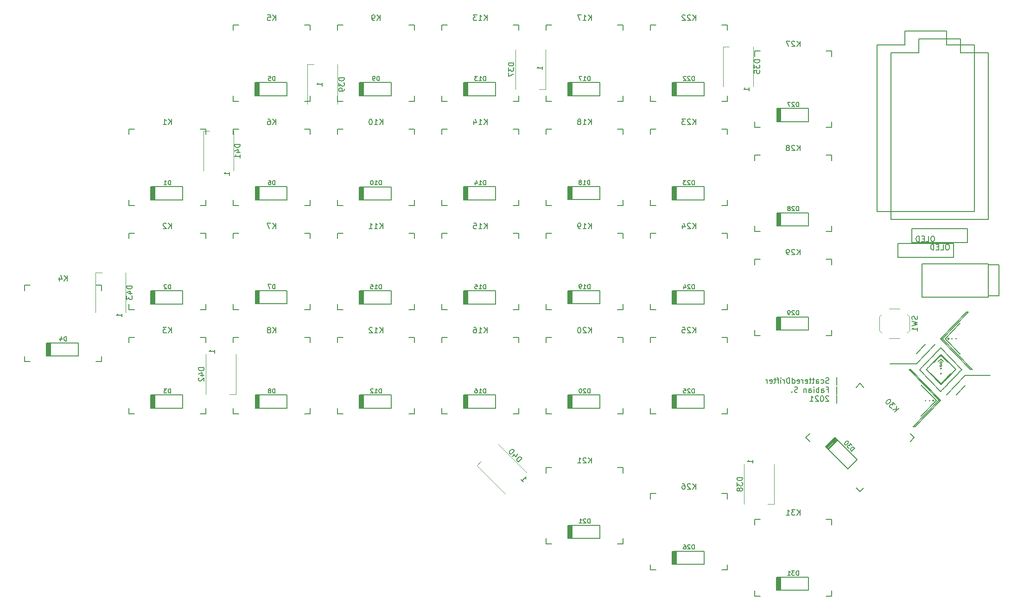
<source format=gbo>
%TF.GenerationSoftware,KiCad,Pcbnew,5.1.9*%
%TF.CreationDate,2021-04-18T16:48:49+02:00*%
%TF.ProjectId,Crystal-Zeliska,43727973-7461-46c2-9d5a-656c69736b61,rev?*%
%TF.SameCoordinates,Original*%
%TF.FileFunction,Legend,Bot*%
%TF.FilePolarity,Positive*%
%FSLAX46Y46*%
G04 Gerber Fmt 4.6, Leading zero omitted, Abs format (unit mm)*
G04 Created by KiCad (PCBNEW 5.1.9) date 2021-04-18 16:48:49*
%MOMM*%
%LPD*%
G01*
G04 APERTURE LIST*
%ADD10C,0.200000*%
%ADD11C,0.150000*%
%ADD12C,0.120000*%
G04 APERTURE END LIST*
D10*
X217240536Y-105351042D02*
X217421346Y-105388192D01*
X217421346Y-105388192D02*
X217523766Y-105229855D01*
X217400045Y-105848603D02*
X217468104Y-105743387D01*
X217523766Y-105229855D02*
X217475172Y-105108669D01*
X217475172Y-105108669D02*
X217357854Y-105058473D01*
X216888822Y-104486774D02*
X217357857Y-104002276D01*
X217279896Y-105823915D02*
X217400045Y-105848603D01*
X217255997Y-105699805D02*
X217279896Y-105823915D01*
X217357854Y-105629503D02*
X217255997Y-105699805D01*
X217357854Y-106571807D02*
X217281216Y-106624704D01*
X219253506Y-107925713D02*
X219110360Y-108073577D01*
X219110360Y-108073577D02*
X218968852Y-108219750D01*
X218968852Y-108219750D02*
X218829515Y-108363681D01*
X218829515Y-108363681D02*
X218648031Y-108551149D01*
X218648031Y-108551149D02*
X218472617Y-108732346D01*
X218472617Y-108732346D02*
X218304539Y-108905966D01*
X218304539Y-108905966D02*
X218145059Y-109070704D01*
X218145059Y-109070704D02*
X217995443Y-109225253D01*
X217995443Y-109225253D02*
X217890464Y-109333694D01*
X217357854Y-106571807D02*
X217357854Y-106571807D01*
X217982797Y-103962766D02*
X218607963Y-104608547D01*
X217357854Y-105629503D02*
X217357854Y-105629503D01*
X217416510Y-106596904D02*
X217357854Y-106571807D01*
X217440806Y-106657494D02*
X217416510Y-106596904D01*
X217389598Y-106736659D02*
X217440806Y-106657494D01*
X217357854Y-104487524D02*
X217185133Y-104597239D01*
X217185133Y-104597239D02*
X217179049Y-104610936D01*
X217299198Y-106718084D02*
X217389598Y-106736659D01*
X217281216Y-106624704D02*
X217299198Y-106718084D01*
X217357857Y-108546320D02*
X219187441Y-106656417D01*
X223133057Y-105930353D02*
X222801692Y-105930353D01*
X223084957Y-105880683D02*
X223133057Y-105930353D01*
X217179049Y-104610936D02*
X217206463Y-104811997D01*
X217206463Y-104811997D02*
X217221002Y-104828805D01*
X217221002Y-104828805D02*
X217418239Y-104877381D01*
X217418239Y-104877381D02*
X217431918Y-104872141D01*
X217431918Y-104872141D02*
X217550165Y-104709944D01*
X217550165Y-104709944D02*
X217551391Y-104687441D01*
X211853211Y-105930381D02*
X211914191Y-105993370D01*
X217325873Y-101953972D02*
X221180261Y-105935435D01*
X211513265Y-105923480D02*
X211853211Y-105930381D01*
X211624153Y-106038025D02*
X211513265Y-105923480D01*
X217362795Y-108541110D02*
X217347455Y-108556949D01*
X217357857Y-108546320D02*
X215527167Y-106655278D01*
X222801692Y-105930353D02*
X222748752Y-105875663D01*
X217551391Y-104687441D02*
X217494706Y-104546077D01*
X217494706Y-104546077D02*
X217357854Y-104487524D01*
X216732272Y-103963432D02*
X216107275Y-104609035D01*
X221753821Y-107012280D02*
X226321041Y-107012280D01*
X217357859Y-108717808D02*
X214660838Y-105931870D01*
X212893652Y-104855052D02*
X213069068Y-104673853D01*
X208106295Y-104855052D02*
X212893652Y-104855052D01*
X215430225Y-105137115D02*
X215573370Y-104989250D01*
X215573370Y-104989250D02*
X215714878Y-104843077D01*
X215714878Y-104843077D02*
X215854215Y-104699146D01*
X215854215Y-104699146D02*
X216035700Y-104511678D01*
X216035700Y-104511678D02*
X216211114Y-104330481D01*
X216211114Y-104330481D02*
X216379192Y-104156861D01*
X216379192Y-104156861D02*
X216538672Y-103992123D01*
X216538672Y-103992123D02*
X216688288Y-103837574D01*
X216688288Y-103837574D02*
X216793268Y-103729134D01*
X216793268Y-103729134D02*
X216950949Y-103566254D01*
X216950949Y-103566254D02*
X217108096Y-103403926D01*
X217108096Y-103403926D02*
X217260301Y-103246702D01*
X217260301Y-103246702D02*
X217357859Y-103145929D01*
X216588471Y-103940683D02*
X215430225Y-105137115D01*
X217357859Y-103145929D02*
X217357859Y-103145929D01*
X221753818Y-108838824D02*
X220136869Y-110509783D01*
X216732272Y-103963432D02*
X217357857Y-103317222D01*
X217357857Y-103317222D02*
X217982797Y-103962766D01*
X215225429Y-105348664D02*
X215366818Y-105202612D01*
X215366818Y-105202612D02*
X215519019Y-105045393D01*
X215519019Y-105045393D02*
X215680767Y-104878313D01*
X215680767Y-104878313D02*
X215850797Y-104702676D01*
X215850797Y-104702676D02*
X216027847Y-104519789D01*
X216027847Y-104519789D02*
X216210652Y-104330957D01*
X216210652Y-104330957D02*
X216350772Y-104186218D01*
X216350772Y-104186218D02*
X216492885Y-104039420D01*
X216492885Y-104039420D02*
X216588471Y-103940683D01*
X220054880Y-105931870D02*
X219908147Y-106083439D01*
X219908147Y-106083439D02*
X219756720Y-106239859D01*
X219756720Y-106239859D02*
X219587747Y-106414401D01*
X219587747Y-106414401D02*
X219490289Y-106515073D01*
X221753818Y-107012252D02*
X218368390Y-110509783D01*
X212893640Y-103028498D02*
X214510589Y-101357539D01*
X219490289Y-106515073D02*
X219348899Y-106661124D01*
X219348899Y-106661124D02*
X219196698Y-106818343D01*
X219196698Y-106818343D02*
X219034950Y-106985423D01*
X219034950Y-106985423D02*
X218864920Y-107161060D01*
X218864920Y-107161060D02*
X218687870Y-107343947D01*
X218687870Y-107343947D02*
X218505065Y-107532779D01*
X218505065Y-107532779D02*
X218364945Y-107677519D01*
X218364945Y-107677519D02*
X218222831Y-107824317D01*
X218222831Y-107824317D02*
X218127246Y-107923055D01*
X212893640Y-104855071D02*
X216279068Y-101357539D01*
X226321041Y-107012280D02*
X221753821Y-107012280D01*
X217357859Y-103145929D02*
X220054880Y-105931870D01*
X219285493Y-106726622D02*
X219142347Y-106874486D01*
X219142347Y-106874486D02*
X219000839Y-107020660D01*
X219000839Y-107020660D02*
X218861502Y-107164591D01*
X218861502Y-107164591D02*
X218680017Y-107352059D01*
X218680017Y-107352059D02*
X218504603Y-107533256D01*
X218504603Y-107533256D02*
X218336525Y-107706876D01*
X218336525Y-107706876D02*
X218177045Y-107871613D01*
X218177045Y-107871613D02*
X218027429Y-108026162D01*
X218027429Y-108026162D02*
X217922450Y-108134603D01*
X216023808Y-111504208D02*
X215945482Y-111470694D01*
X217922450Y-108134603D02*
X217764768Y-108297482D01*
X217764768Y-108297482D02*
X217607621Y-108459810D01*
X217607621Y-108459810D02*
X217455416Y-108617034D01*
X217455416Y-108617034D02*
X217357859Y-108717808D01*
X218127246Y-107923055D02*
X219285493Y-106726622D01*
X214660838Y-105931870D02*
X214807570Y-105780299D01*
X214807570Y-105780299D02*
X214958997Y-105623879D01*
X214958997Y-105623879D02*
X215127970Y-105449335D01*
X215127970Y-105449335D02*
X215225429Y-105348664D01*
X217325873Y-101953972D02*
X217325873Y-101953972D01*
X216056251Y-111585115D02*
X216023808Y-111504208D01*
X219252627Y-107926622D02*
X219253506Y-107925713D01*
X213471485Y-105935435D02*
X213618217Y-105783865D01*
X213618217Y-105783865D02*
X213769645Y-105627445D01*
X213769645Y-105627445D02*
X213938617Y-105452901D01*
X213938617Y-105452901D02*
X214036076Y-105352230D01*
X217357857Y-104002276D02*
X217826970Y-104486857D01*
X215987872Y-111690828D02*
X216056251Y-111585115D01*
X215867157Y-111666023D02*
X215987872Y-111690828D01*
X215843145Y-111541328D02*
X215867157Y-111666023D01*
X215945482Y-111470694D02*
X215843145Y-111541328D01*
X221753821Y-107012280D02*
X221539881Y-107233273D01*
X213762705Y-108759481D02*
X216498148Y-111585115D01*
X214036076Y-105352230D02*
X214177465Y-105206179D01*
X214177465Y-105206179D02*
X214329666Y-105048960D01*
X214329666Y-105048960D02*
X214491414Y-104881880D01*
X214491414Y-104881880D02*
X214661445Y-104706244D01*
X214661445Y-104706244D02*
X214838495Y-104523357D01*
X214838495Y-104523357D02*
X215021300Y-104334525D01*
X215021300Y-104334525D02*
X215161420Y-104189785D01*
X215161420Y-104189785D02*
X215303533Y-104042987D01*
X215303533Y-104042987D02*
X215399119Y-103944250D01*
X215321704Y-111544734D02*
X215282610Y-111528006D01*
X215337897Y-111585115D02*
X215321704Y-111544734D01*
X217325873Y-109916899D02*
X213471485Y-105935435D01*
X215398239Y-103945158D02*
X215541384Y-103797293D01*
X215541384Y-103797293D02*
X215682892Y-103651120D01*
X215682892Y-103651120D02*
X215822229Y-103507189D01*
X215822229Y-103507189D02*
X216003714Y-103319721D01*
X216003714Y-103319721D02*
X216179127Y-103138524D01*
X216179127Y-103138524D02*
X216347206Y-102964904D01*
X216347206Y-102964904D02*
X216506686Y-102800166D01*
X216506686Y-102800166D02*
X216656302Y-102645617D01*
X216656302Y-102645617D02*
X216761282Y-102537177D01*
X215303767Y-111637878D02*
X215337897Y-111585115D01*
X215243516Y-111625498D02*
X215303767Y-111637878D01*
X215231532Y-111563261D02*
X215243516Y-111625498D01*
X215282610Y-111528006D02*
X215231532Y-111563261D01*
X216498148Y-111585115D02*
X213762967Y-114410479D01*
X215945482Y-111470694D02*
X215945482Y-111470694D01*
X215282610Y-111528006D02*
X215282610Y-111528006D01*
X214548752Y-111544592D02*
X214509522Y-111527806D01*
X214565002Y-111585115D02*
X214548752Y-111544592D01*
X214530753Y-111638062D02*
X214565002Y-111585115D01*
X214470292Y-111625639D02*
X214530753Y-111638062D01*
X214458266Y-111563184D02*
X214470292Y-111625639D01*
X214509522Y-111527806D02*
X214458266Y-111563184D01*
X217204571Y-105164270D02*
X217240536Y-105351042D01*
X217357854Y-104487524D02*
X217357854Y-104487524D01*
X217357854Y-105058473D02*
X217204571Y-105164270D01*
X216761282Y-102537177D02*
X216918962Y-102374297D01*
X216918962Y-102374297D02*
X217076109Y-102211969D01*
X217076109Y-102211969D02*
X217228315Y-102054745D01*
X217228315Y-102054745D02*
X217325873Y-101953972D01*
X214509522Y-111527806D02*
X214509522Y-111527806D01*
X220891253Y-97450091D02*
X218155810Y-100275725D01*
X218630150Y-100194817D02*
X218708476Y-100161304D01*
X218597707Y-100275725D02*
X218630150Y-100194817D01*
X215399119Y-103944250D02*
X215398239Y-103945158D01*
X217890464Y-109333694D02*
X217732782Y-109496573D01*
X217732782Y-109496573D02*
X217575635Y-109658901D01*
X217575635Y-109658901D02*
X217423430Y-109816125D01*
X217423430Y-109816125D02*
X217325873Y-109916899D01*
X218666086Y-100381437D02*
X218597707Y-100275725D01*
X218786801Y-100356633D02*
X218666086Y-100381437D01*
X218810813Y-100231938D02*
X218786801Y-100356633D01*
X218708476Y-100161304D02*
X218810813Y-100231938D01*
X218155810Y-100275725D02*
X220890990Y-103101088D01*
X218708476Y-100161304D02*
X218708476Y-100161304D01*
X219332254Y-100235343D02*
X219371348Y-100218616D01*
X219316061Y-100275725D02*
X219332254Y-100235343D01*
X219350191Y-100328488D02*
X219316061Y-100275725D01*
X219410442Y-100316108D02*
X219350191Y-100328488D01*
X219422426Y-100253870D02*
X219410442Y-100316108D01*
X219371348Y-100218616D02*
X219422426Y-100253870D01*
X220144436Y-100218416D02*
X220195692Y-100253794D01*
X220144436Y-100218416D02*
X220144436Y-100218416D01*
X219371348Y-100218616D02*
X219371348Y-100218616D01*
X220105206Y-100235202D02*
X220144436Y-100218416D01*
X220088956Y-100275725D02*
X220105206Y-100235202D01*
X220123205Y-100328672D02*
X220088956Y-100275725D01*
X220183666Y-100316249D02*
X220123205Y-100328672D01*
X220195692Y-100253794D02*
X220183666Y-100316249D01*
X212638733Y-116428364D02*
X217327446Y-111585070D01*
X217659026Y-100275640D02*
X223084957Y-105880683D01*
X222347629Y-95432460D02*
X217659026Y-100275640D01*
X212638733Y-116428469D02*
X212753696Y-116309709D01*
X212306211Y-116428820D02*
X212638733Y-116428469D01*
X217468104Y-105743387D02*
X217435812Y-105662859D01*
X217435812Y-105662859D02*
X217357854Y-105629503D01*
X212478510Y-116250842D02*
X212306211Y-116428820D01*
X216995362Y-111585070D02*
X212306211Y-116428813D01*
X217327446Y-111585070D02*
X211914190Y-105993339D01*
X217357854Y-105058473D02*
X217357854Y-105058473D01*
X222234501Y-95549308D02*
X222347628Y-95432453D01*
X217327445Y-100275690D02*
X222748736Y-105875715D01*
X222016323Y-95432225D02*
X217327445Y-100275690D01*
X222347628Y-95432453D02*
X222016323Y-95432225D01*
X211513268Y-105923479D02*
X217003201Y-111588301D01*
X217327446Y-111585070D02*
X216995362Y-111585070D01*
X221180261Y-105935435D02*
X221033528Y-106087005D01*
X221033528Y-106087005D02*
X220882100Y-106243424D01*
X220882100Y-106243424D02*
X220713128Y-106417968D01*
X220713128Y-106417968D02*
X220615670Y-106518640D01*
X217327446Y-100275640D02*
X217659026Y-100275640D01*
X220615670Y-106518640D02*
X220474279Y-106664691D01*
X220474279Y-106664691D02*
X220322079Y-106821910D01*
X220322079Y-106821910D02*
X220160331Y-106988991D01*
X220160331Y-106988991D02*
X219990300Y-107164627D01*
X219990300Y-107164627D02*
X219813250Y-107347514D01*
X219813250Y-107347514D02*
X219630445Y-107536346D01*
X219630445Y-107536346D02*
X219490325Y-107681086D01*
X219490325Y-107681086D02*
X219348212Y-107827884D01*
X219348212Y-107827884D02*
X219252627Y-107926622D01*
D11*
X198300551Y-108774354D02*
X198300551Y-107345782D01*
X196871980Y-108393401D02*
X196729122Y-108441020D01*
X196491027Y-108441020D01*
X196395789Y-108393401D01*
X196348170Y-108345782D01*
X196300551Y-108250544D01*
X196300551Y-108155306D01*
X196348170Y-108060068D01*
X196395789Y-108012449D01*
X196491027Y-107964830D01*
X196681503Y-107917211D01*
X196776742Y-107869592D01*
X196824361Y-107821973D01*
X196871980Y-107726735D01*
X196871980Y-107631497D01*
X196824361Y-107536259D01*
X196776742Y-107488640D01*
X196681503Y-107441020D01*
X196443408Y-107441020D01*
X196300551Y-107488640D01*
X195443408Y-108393401D02*
X195538646Y-108441020D01*
X195729122Y-108441020D01*
X195824361Y-108393401D01*
X195871980Y-108345782D01*
X195919599Y-108250544D01*
X195919599Y-107964830D01*
X195871980Y-107869592D01*
X195824361Y-107821973D01*
X195729122Y-107774354D01*
X195538646Y-107774354D01*
X195443408Y-107821973D01*
X194586265Y-108441020D02*
X194586265Y-107917211D01*
X194633884Y-107821973D01*
X194729122Y-107774354D01*
X194919599Y-107774354D01*
X195014837Y-107821973D01*
X194586265Y-108393401D02*
X194681503Y-108441020D01*
X194919599Y-108441020D01*
X195014837Y-108393401D01*
X195062456Y-108298163D01*
X195062456Y-108202925D01*
X195014837Y-108107687D01*
X194919599Y-108060068D01*
X194681503Y-108060068D01*
X194586265Y-108012449D01*
X194252932Y-107774354D02*
X193871980Y-107774354D01*
X194110075Y-107441020D02*
X194110075Y-108298163D01*
X194062456Y-108393401D01*
X193967218Y-108441020D01*
X193871980Y-108441020D01*
X193681503Y-107774354D02*
X193300551Y-107774354D01*
X193538646Y-107441020D02*
X193538646Y-108298163D01*
X193491027Y-108393401D01*
X193395789Y-108441020D01*
X193300551Y-108441020D01*
X192586265Y-108393401D02*
X192681503Y-108441020D01*
X192871980Y-108441020D01*
X192967218Y-108393401D01*
X193014837Y-108298163D01*
X193014837Y-107917211D01*
X192967218Y-107821973D01*
X192871980Y-107774354D01*
X192681503Y-107774354D01*
X192586265Y-107821973D01*
X192538646Y-107917211D01*
X192538646Y-108012449D01*
X193014837Y-108107687D01*
X192110075Y-108441020D02*
X192110075Y-107774354D01*
X192110075Y-107964830D02*
X192062456Y-107869592D01*
X192014837Y-107821973D01*
X191919599Y-107774354D01*
X191824361Y-107774354D01*
X191110075Y-108393401D02*
X191205313Y-108441020D01*
X191395789Y-108441020D01*
X191491027Y-108393401D01*
X191538646Y-108298163D01*
X191538646Y-107917211D01*
X191491027Y-107821973D01*
X191395789Y-107774354D01*
X191205313Y-107774354D01*
X191110075Y-107821973D01*
X191062456Y-107917211D01*
X191062456Y-108012449D01*
X191538646Y-108107687D01*
X190205313Y-108441020D02*
X190205313Y-107441020D01*
X190205313Y-108393401D02*
X190300551Y-108441020D01*
X190491027Y-108441020D01*
X190586265Y-108393401D01*
X190633884Y-108345782D01*
X190681503Y-108250544D01*
X190681503Y-107964830D01*
X190633884Y-107869592D01*
X190586265Y-107821973D01*
X190491027Y-107774354D01*
X190300551Y-107774354D01*
X190205313Y-107821973D01*
X189729122Y-108441020D02*
X189729122Y-107441020D01*
X189491027Y-107441020D01*
X189348170Y-107488640D01*
X189252932Y-107583878D01*
X189205313Y-107679116D01*
X189157694Y-107869592D01*
X189157694Y-108012449D01*
X189205313Y-108202925D01*
X189252932Y-108298163D01*
X189348170Y-108393401D01*
X189491027Y-108441020D01*
X189729122Y-108441020D01*
X188729122Y-108441020D02*
X188729122Y-107774354D01*
X188729122Y-107964830D02*
X188681503Y-107869592D01*
X188633884Y-107821973D01*
X188538646Y-107774354D01*
X188443408Y-107774354D01*
X188110075Y-108441020D02*
X188110075Y-107774354D01*
X188110075Y-107441020D02*
X188157694Y-107488640D01*
X188110075Y-107536259D01*
X188062456Y-107488640D01*
X188110075Y-107441020D01*
X188110075Y-107536259D01*
X187776742Y-107774354D02*
X187395789Y-107774354D01*
X187633884Y-108441020D02*
X187633884Y-107583878D01*
X187586265Y-107488640D01*
X187491027Y-107441020D01*
X187395789Y-107441020D01*
X187205313Y-107774354D02*
X186824361Y-107774354D01*
X187062456Y-107441020D02*
X187062456Y-108298163D01*
X187014837Y-108393401D01*
X186919599Y-108441020D01*
X186824361Y-108441020D01*
X186110075Y-108393401D02*
X186205313Y-108441020D01*
X186395789Y-108441020D01*
X186491027Y-108393401D01*
X186538646Y-108298163D01*
X186538646Y-107917211D01*
X186491027Y-107821973D01*
X186395789Y-107774354D01*
X186205313Y-107774354D01*
X186110075Y-107821973D01*
X186062456Y-107917211D01*
X186062456Y-108012449D01*
X186538646Y-108107687D01*
X185633884Y-108441020D02*
X185633884Y-107774354D01*
X185633884Y-107964830D02*
X185586265Y-107869592D01*
X185538646Y-107821973D01*
X185443408Y-107774354D01*
X185348170Y-107774354D01*
X198300551Y-110424354D02*
X198300551Y-108995782D01*
X196491027Y-109567211D02*
X196824361Y-109567211D01*
X196824361Y-110091020D02*
X196824361Y-109091020D01*
X196348170Y-109091020D01*
X195538646Y-110091020D02*
X195538646Y-109567211D01*
X195586265Y-109471973D01*
X195681503Y-109424354D01*
X195871980Y-109424354D01*
X195967218Y-109471973D01*
X195538646Y-110043401D02*
X195633884Y-110091020D01*
X195871980Y-110091020D01*
X195967218Y-110043401D01*
X196014837Y-109948163D01*
X196014837Y-109852925D01*
X195967218Y-109757687D01*
X195871980Y-109710068D01*
X195633884Y-109710068D01*
X195538646Y-109662449D01*
X195062456Y-110091020D02*
X195062456Y-109091020D01*
X195062456Y-109471973D02*
X194967218Y-109424354D01*
X194776742Y-109424354D01*
X194681503Y-109471973D01*
X194633884Y-109519592D01*
X194586265Y-109614830D01*
X194586265Y-109900544D01*
X194633884Y-109995782D01*
X194681503Y-110043401D01*
X194776742Y-110091020D01*
X194967218Y-110091020D01*
X195062456Y-110043401D01*
X194157694Y-110091020D02*
X194157694Y-109424354D01*
X194157694Y-109091020D02*
X194205313Y-109138640D01*
X194157694Y-109186259D01*
X194110075Y-109138640D01*
X194157694Y-109091020D01*
X194157694Y-109186259D01*
X193252932Y-110091020D02*
X193252932Y-109567211D01*
X193300551Y-109471973D01*
X193395789Y-109424354D01*
X193586265Y-109424354D01*
X193681503Y-109471973D01*
X193252932Y-110043401D02*
X193348170Y-110091020D01*
X193586265Y-110091020D01*
X193681503Y-110043401D01*
X193729122Y-109948163D01*
X193729122Y-109852925D01*
X193681503Y-109757687D01*
X193586265Y-109710068D01*
X193348170Y-109710068D01*
X193252932Y-109662449D01*
X192776742Y-109424354D02*
X192776742Y-110091020D01*
X192776742Y-109519592D02*
X192729122Y-109471973D01*
X192633884Y-109424354D01*
X192491027Y-109424354D01*
X192395789Y-109471973D01*
X192348170Y-109567211D01*
X192348170Y-110091020D01*
X191157694Y-110043401D02*
X191014837Y-110091020D01*
X190776742Y-110091020D01*
X190681503Y-110043401D01*
X190633884Y-109995782D01*
X190586265Y-109900544D01*
X190586265Y-109805306D01*
X190633884Y-109710068D01*
X190681503Y-109662449D01*
X190776742Y-109614830D01*
X190967218Y-109567211D01*
X191062456Y-109519592D01*
X191110075Y-109471973D01*
X191157694Y-109376735D01*
X191157694Y-109281497D01*
X191110075Y-109186259D01*
X191062456Y-109138640D01*
X190967218Y-109091020D01*
X190729122Y-109091020D01*
X190586265Y-109138640D01*
X190157694Y-109995782D02*
X190110075Y-110043401D01*
X190157694Y-110091020D01*
X190205313Y-110043401D01*
X190157694Y-109995782D01*
X190157694Y-110091020D01*
X198300551Y-112074354D02*
X198300551Y-110645782D01*
X196871980Y-110836259D02*
X196824361Y-110788640D01*
X196729122Y-110741020D01*
X196491027Y-110741020D01*
X196395789Y-110788640D01*
X196348170Y-110836259D01*
X196300551Y-110931497D01*
X196300551Y-111026735D01*
X196348170Y-111169592D01*
X196919599Y-111741020D01*
X196300551Y-111741020D01*
X195681503Y-110741020D02*
X195586265Y-110741020D01*
X195491027Y-110788640D01*
X195443408Y-110836259D01*
X195395789Y-110931497D01*
X195348170Y-111121973D01*
X195348170Y-111360068D01*
X195395789Y-111550544D01*
X195443408Y-111645782D01*
X195491027Y-111693401D01*
X195586265Y-111741020D01*
X195681503Y-111741020D01*
X195776742Y-111693401D01*
X195824361Y-111645782D01*
X195871980Y-111550544D01*
X195919599Y-111360068D01*
X195919599Y-111121973D01*
X195871980Y-110931497D01*
X195824361Y-110836259D01*
X195776742Y-110788640D01*
X195681503Y-110741020D01*
X194967218Y-110836259D02*
X194919599Y-110788640D01*
X194824361Y-110741020D01*
X194586265Y-110741020D01*
X194491027Y-110788640D01*
X194443408Y-110836259D01*
X194395789Y-110931497D01*
X194395789Y-111026735D01*
X194443408Y-111169592D01*
X195014837Y-111741020D01*
X194395789Y-111741020D01*
X193443408Y-111741020D02*
X194014837Y-111741020D01*
X193729122Y-111741020D02*
X193729122Y-110741020D01*
X193824361Y-110883878D01*
X193919599Y-110979116D01*
X194014837Y-111026735D01*
D10*
%TO.C,D6*%
X92869420Y-74881140D02*
X92869420Y-72481140D01*
X92694420Y-74881140D02*
X92694420Y-72481140D01*
X92519420Y-74881140D02*
X92519420Y-72481140D01*
X92119420Y-72481140D02*
X92119420Y-74881140D01*
X92344420Y-74881140D02*
X92344420Y-72481140D01*
X92219420Y-74881140D02*
X92219420Y-72481140D01*
X92144420Y-74881140D02*
X97944420Y-74881140D01*
X97944420Y-74881140D02*
X97944420Y-72481140D01*
X97944420Y-72481140D02*
X92144420Y-72481140D01*
%TO.C,D28*%
X193194420Y-77238640D02*
X187394420Y-77238640D01*
X193194420Y-79638640D02*
X193194420Y-77238640D01*
X187394420Y-79638640D02*
X193194420Y-79638640D01*
X187469420Y-79638640D02*
X187469420Y-77238640D01*
X187594420Y-79638640D02*
X187594420Y-77238640D01*
X187369420Y-77238640D02*
X187369420Y-79638640D01*
X187769420Y-79638640D02*
X187769420Y-77238640D01*
X187944420Y-79638640D02*
X187944420Y-77238640D01*
X188119420Y-79638640D02*
X188119420Y-77238640D01*
%TO.C,D29*%
X188099420Y-98688640D02*
X188099420Y-96288640D01*
X187924420Y-98688640D02*
X187924420Y-96288640D01*
X187749420Y-98688640D02*
X187749420Y-96288640D01*
X187349420Y-96288640D02*
X187349420Y-98688640D01*
X187574420Y-98688640D02*
X187574420Y-96288640D01*
X187449420Y-98688640D02*
X187449420Y-96288640D01*
X187374420Y-98688640D02*
X193174420Y-98688640D01*
X193174420Y-98688640D02*
X193174420Y-96288640D01*
X193174420Y-96288640D02*
X187374420Y-96288640D01*
D11*
%TO.C,K26*%
X164334420Y-128588640D02*
X165334420Y-128588640D01*
X177334420Y-128588640D02*
X178334420Y-128588640D01*
X178334420Y-128588640D02*
X178334420Y-129588640D01*
X178334420Y-142588640D02*
X177334420Y-142588640D01*
X178334420Y-141588640D02*
X178334420Y-142588640D01*
X165334420Y-142588640D02*
X164334420Y-142588640D01*
X164334420Y-142588640D02*
X164334420Y-141588640D01*
X164334420Y-129588640D02*
X164334420Y-128588640D01*
D10*
%TO.C,D1*%
X78884420Y-72481140D02*
X73084420Y-72481140D01*
X78884420Y-74881140D02*
X78884420Y-72481140D01*
X73084420Y-74881140D02*
X78884420Y-74881140D01*
X73159420Y-74881140D02*
X73159420Y-72481140D01*
X73284420Y-74881140D02*
X73284420Y-72481140D01*
X73059420Y-72481140D02*
X73059420Y-74881140D01*
X73459420Y-74881140D02*
X73459420Y-72481140D01*
X73634420Y-74881140D02*
X73634420Y-72481140D01*
X73809420Y-74881140D02*
X73809420Y-72481140D01*
%TO.C,D9*%
X116984420Y-53421140D02*
X111184420Y-53421140D01*
X116984420Y-55821140D02*
X116984420Y-53421140D01*
X111184420Y-55821140D02*
X116984420Y-55821140D01*
X111259420Y-55821140D02*
X111259420Y-53421140D01*
X111384420Y-55821140D02*
X111384420Y-53421140D01*
X111159420Y-53421140D02*
X111159420Y-55821140D01*
X111559420Y-55821140D02*
X111559420Y-53421140D01*
X111734420Y-55821140D02*
X111734420Y-53421140D01*
X111909420Y-55821140D02*
X111909420Y-53421140D01*
%TO.C,D24*%
X174134420Y-91531140D02*
X168334420Y-91531140D01*
X174134420Y-93931140D02*
X174134420Y-91531140D01*
X168334420Y-93931140D02*
X174134420Y-93931140D01*
X168409420Y-93931140D02*
X168409420Y-91531140D01*
X168534420Y-93931140D02*
X168534420Y-91531140D01*
X168309420Y-91531140D02*
X168309420Y-93931140D01*
X168709420Y-93931140D02*
X168709420Y-91531140D01*
X168884420Y-93931140D02*
X168884420Y-91531140D01*
X169059420Y-93931140D02*
X169059420Y-91531140D01*
%TO.C,D15*%
X130959420Y-93918640D02*
X130959420Y-91518640D01*
X130784420Y-93918640D02*
X130784420Y-91518640D01*
X130609420Y-93918640D02*
X130609420Y-91518640D01*
X130209420Y-91518640D02*
X130209420Y-93918640D01*
X130434420Y-93918640D02*
X130434420Y-91518640D01*
X130309420Y-93918640D02*
X130309420Y-91518640D01*
X130234420Y-93918640D02*
X136034420Y-93918640D01*
X136034420Y-93918640D02*
X136034420Y-91518640D01*
X136034420Y-91518640D02*
X130234420Y-91518640D01*
D11*
%TO.C,K1*%
X69084420Y-62913640D02*
X69084420Y-61913640D01*
X69084420Y-75913640D02*
X69084420Y-74913640D01*
X70084420Y-75913640D02*
X69084420Y-75913640D01*
X83084420Y-74913640D02*
X83084420Y-75913640D01*
X83084420Y-75913640D02*
X82084420Y-75913640D01*
X83084420Y-61913640D02*
X83084420Y-62913640D01*
X82084420Y-61913640D02*
X83084420Y-61913640D01*
X69084420Y-61913640D02*
X70084420Y-61913640D01*
D10*
%TO.C,D13*%
X136034420Y-53421140D02*
X130234420Y-53421140D01*
X136034420Y-55821140D02*
X136034420Y-53421140D01*
X130234420Y-55821140D02*
X136034420Y-55821140D01*
X130309420Y-55821140D02*
X130309420Y-53421140D01*
X130434420Y-55821140D02*
X130434420Y-53421140D01*
X130209420Y-53421140D02*
X130209420Y-55821140D01*
X130609420Y-55821140D02*
X130609420Y-53421140D01*
X130784420Y-55821140D02*
X130784420Y-53421140D01*
X130959420Y-55821140D02*
X130959420Y-53421140D01*
%TO.C,D19*%
X155084420Y-91511140D02*
X149284420Y-91511140D01*
X155084420Y-93911140D02*
X155084420Y-91511140D01*
X149284420Y-93911140D02*
X155084420Y-93911140D01*
X149359420Y-93911140D02*
X149359420Y-91511140D01*
X149484420Y-93911140D02*
X149484420Y-91511140D01*
X149259420Y-91511140D02*
X149259420Y-93911140D01*
X149659420Y-93911140D02*
X149659420Y-91511140D01*
X149834420Y-93911140D02*
X149834420Y-91511140D01*
X150009420Y-93911140D02*
X150009420Y-91511140D01*
%TO.C,D7*%
X97944420Y-91511140D02*
X92144420Y-91511140D01*
X97944420Y-93911140D02*
X97944420Y-91511140D01*
X92144420Y-93911140D02*
X97944420Y-93911140D01*
X92219420Y-93911140D02*
X92219420Y-91511140D01*
X92344420Y-93911140D02*
X92344420Y-91511140D01*
X92119420Y-91511140D02*
X92119420Y-93911140D01*
X92519420Y-93911140D02*
X92519420Y-91511140D01*
X92694420Y-93911140D02*
X92694420Y-91511140D01*
X92869420Y-93911140D02*
X92869420Y-91511140D01*
%TO.C,D2*%
X73809420Y-93921140D02*
X73809420Y-91521140D01*
X73634420Y-93921140D02*
X73634420Y-91521140D01*
X73459420Y-93921140D02*
X73459420Y-91521140D01*
X73059420Y-91521140D02*
X73059420Y-93921140D01*
X73284420Y-93921140D02*
X73284420Y-91521140D01*
X73159420Y-93921140D02*
X73159420Y-91521140D01*
X73084420Y-93921140D02*
X78884420Y-93921140D01*
X78884420Y-93921140D02*
X78884420Y-91521140D01*
X78884420Y-91521140D02*
X73084420Y-91521140D01*
D12*
%TO.C,D39*%
X101674420Y-50108640D02*
X102824420Y-50108640D01*
X101674420Y-57408640D02*
X101674420Y-50108640D01*
X107174420Y-57408640D02*
X107174420Y-50108640D01*
D11*
%TO.C,K2*%
X69084420Y-81963640D02*
X69084420Y-80963640D01*
X69084420Y-94963640D02*
X69084420Y-93963640D01*
X70084420Y-94963640D02*
X69084420Y-94963640D01*
X83084420Y-93963640D02*
X83084420Y-94963640D01*
X83084420Y-94963640D02*
X82084420Y-94963640D01*
X83084420Y-80963640D02*
X83084420Y-81963640D01*
X82084420Y-80963640D02*
X83084420Y-80963640D01*
X69084420Y-80963640D02*
X70084420Y-80963640D01*
D10*
%TO.C,D10*%
X111909420Y-74891140D02*
X111909420Y-72491140D01*
X111734420Y-74891140D02*
X111734420Y-72491140D01*
X111559420Y-74891140D02*
X111559420Y-72491140D01*
X111159420Y-72491140D02*
X111159420Y-74891140D01*
X111384420Y-74891140D02*
X111384420Y-72491140D01*
X111259420Y-74891140D02*
X111259420Y-72491140D01*
X111184420Y-74891140D02*
X116984420Y-74891140D01*
X116984420Y-74891140D02*
X116984420Y-72491140D01*
X116984420Y-72491140D02*
X111184420Y-72491140D01*
%TO.C,D14*%
X130959420Y-74881140D02*
X130959420Y-72481140D01*
X130784420Y-74881140D02*
X130784420Y-72481140D01*
X130609420Y-74881140D02*
X130609420Y-72481140D01*
X130209420Y-72481140D02*
X130209420Y-74881140D01*
X130434420Y-74881140D02*
X130434420Y-72481140D01*
X130309420Y-74881140D02*
X130309420Y-72481140D01*
X130234420Y-74881140D02*
X136034420Y-74881140D01*
X136034420Y-74881140D02*
X136034420Y-72481140D01*
X136034420Y-72481140D02*
X130234420Y-72481140D01*
%TO.C,D18*%
X149984420Y-74848640D02*
X149984420Y-72448640D01*
X149809420Y-74848640D02*
X149809420Y-72448640D01*
X149634420Y-74848640D02*
X149634420Y-72448640D01*
X149234420Y-72448640D02*
X149234420Y-74848640D01*
X149459420Y-74848640D02*
X149459420Y-72448640D01*
X149334420Y-74848640D02*
X149334420Y-72448640D01*
X149259420Y-74848640D02*
X155059420Y-74848640D01*
X155059420Y-74848640D02*
X155059420Y-72448640D01*
X155059420Y-72448640D02*
X149259420Y-72448640D01*
D11*
%TO.C,K3*%
X69084420Y-100013640D02*
X70084420Y-100013640D01*
X82084420Y-100013640D02*
X83084420Y-100013640D01*
X83084420Y-100013640D02*
X83084420Y-101013640D01*
X83084420Y-114013640D02*
X82084420Y-114013640D01*
X83084420Y-113013640D02*
X83084420Y-114013640D01*
X70084420Y-114013640D02*
X69084420Y-114013640D01*
X69084420Y-114013640D02*
X69084420Y-113013640D01*
X69084420Y-101013640D02*
X69084420Y-100013640D01*
%TO.C,K11*%
X107184420Y-81963640D02*
X107184420Y-80963640D01*
X107184420Y-94963640D02*
X107184420Y-93963640D01*
X108184420Y-94963640D02*
X107184420Y-94963640D01*
X121184420Y-93963640D02*
X121184420Y-94963640D01*
X121184420Y-94963640D02*
X120184420Y-94963640D01*
X121184420Y-80963640D02*
X121184420Y-81963640D01*
X120184420Y-80963640D02*
X121184420Y-80963640D01*
X107184420Y-80963640D02*
X108184420Y-80963640D01*
%TO.C,U1*%
X223444420Y-46498640D02*
X223444420Y-76978640D01*
X218364420Y-46498640D02*
X223444420Y-46498640D01*
X218364420Y-43958640D02*
X218364420Y-46498640D01*
X210744420Y-43958640D02*
X218364420Y-43958640D01*
X210744420Y-46498640D02*
X210744420Y-43958640D01*
X205664420Y-46498640D02*
X210744420Y-46498640D01*
X205664420Y-76978640D02*
X205664420Y-46498640D01*
X223444420Y-76978640D02*
X205664420Y-76978640D01*
D10*
%TO.C,D22*%
X174134420Y-53421140D02*
X168334420Y-53421140D01*
X174134420Y-55821140D02*
X174134420Y-53421140D01*
X168334420Y-55821140D02*
X174134420Y-55821140D01*
X168409420Y-55821140D02*
X168409420Y-53421140D01*
X168534420Y-55821140D02*
X168534420Y-53421140D01*
X168309420Y-53421140D02*
X168309420Y-55821140D01*
X168709420Y-55821140D02*
X168709420Y-53421140D01*
X168884420Y-55821140D02*
X168884420Y-53421140D01*
X169059420Y-55821140D02*
X169059420Y-53421140D01*
%TO.C,D15*%
X111909420Y-93928640D02*
X111909420Y-91528640D01*
X111734420Y-93928640D02*
X111734420Y-91528640D01*
X111559420Y-93928640D02*
X111559420Y-91528640D01*
X111159420Y-91528640D02*
X111159420Y-93928640D01*
X111384420Y-93928640D02*
X111384420Y-91528640D01*
X111259420Y-93928640D02*
X111259420Y-91528640D01*
X111184420Y-93928640D02*
X116984420Y-93928640D01*
X116984420Y-93928640D02*
X116984420Y-91528640D01*
X116984420Y-91528640D02*
X111184420Y-91528640D01*
%TO.C,D23*%
X169059420Y-74881140D02*
X169059420Y-72481140D01*
X168884420Y-74881140D02*
X168884420Y-72481140D01*
X168709420Y-74881140D02*
X168709420Y-72481140D01*
X168309420Y-72481140D02*
X168309420Y-74881140D01*
X168534420Y-74881140D02*
X168534420Y-72481140D01*
X168409420Y-74881140D02*
X168409420Y-72481140D01*
X168334420Y-74881140D02*
X174134420Y-74881140D01*
X174134420Y-74881140D02*
X174134420Y-72481140D01*
X174134420Y-72481140D02*
X168334420Y-72481140D01*
%TO.C,D21*%
X150009420Y-136788640D02*
X150009420Y-134388640D01*
X149834420Y-136788640D02*
X149834420Y-134388640D01*
X149659420Y-136788640D02*
X149659420Y-134388640D01*
X149259420Y-134388640D02*
X149259420Y-136788640D01*
X149484420Y-136788640D02*
X149484420Y-134388640D01*
X149359420Y-136788640D02*
X149359420Y-134388640D01*
X149284420Y-136788640D02*
X155084420Y-136788640D01*
X155084420Y-136788640D02*
X155084420Y-134388640D01*
X155084420Y-134388640D02*
X149284420Y-134388640D01*
%TO.C,D3*%
X73809420Y-112978640D02*
X73809420Y-110578640D01*
X73634420Y-112978640D02*
X73634420Y-110578640D01*
X73459420Y-112978640D02*
X73459420Y-110578640D01*
X73059420Y-110578640D02*
X73059420Y-112978640D01*
X73284420Y-112978640D02*
X73284420Y-110578640D01*
X73159420Y-112978640D02*
X73159420Y-110578640D01*
X73084420Y-112978640D02*
X78884420Y-112978640D01*
X78884420Y-112978640D02*
X78884420Y-110578640D01*
X78884420Y-110578640D02*
X73084420Y-110578640D01*
%TO.C,D8*%
X97944420Y-110578640D02*
X92144420Y-110578640D01*
X97944420Y-112978640D02*
X97944420Y-110578640D01*
X92144420Y-112978640D02*
X97944420Y-112978640D01*
X92219420Y-112978640D02*
X92219420Y-110578640D01*
X92344420Y-112978640D02*
X92344420Y-110578640D01*
X92119420Y-110578640D02*
X92119420Y-112978640D01*
X92519420Y-112978640D02*
X92519420Y-110578640D01*
X92694420Y-112978640D02*
X92694420Y-110578640D01*
X92869420Y-112978640D02*
X92869420Y-110578640D01*
%TO.C,D5*%
X92859420Y-55831140D02*
X92859420Y-53431140D01*
X92684420Y-55831140D02*
X92684420Y-53431140D01*
X92509420Y-55831140D02*
X92509420Y-53431140D01*
X92109420Y-53431140D02*
X92109420Y-55831140D01*
X92334420Y-55831140D02*
X92334420Y-53431140D01*
X92209420Y-55831140D02*
X92209420Y-53431140D01*
X92134420Y-55831140D02*
X97934420Y-55831140D01*
X97934420Y-55831140D02*
X97934420Y-53431140D01*
X97934420Y-53431140D02*
X92134420Y-53431140D01*
D11*
%TO.C,U2*%
X226004420Y-86548640D02*
X226004420Y-92648640D01*
X213904420Y-86548640D02*
X213904420Y-92648640D01*
X226004420Y-86548640D02*
X213904420Y-86548640D01*
X226004420Y-92648640D02*
X213904420Y-92648640D01*
X226004420Y-86798640D02*
X228004420Y-86798640D01*
X226004420Y-92398640D02*
X228004420Y-92398640D01*
X228004420Y-86798640D02*
X228004420Y-92398640D01*
D12*
%TO.C,SW1*%
X211624420Y-98758640D02*
X211624420Y-96258640D01*
X209874420Y-100258640D02*
X207874420Y-100258640D01*
X206124420Y-98758640D02*
X206124420Y-96258640D01*
X209874420Y-94758640D02*
X207874420Y-94758640D01*
X211174420Y-99208640D02*
X211624420Y-98758640D01*
X211174420Y-95808640D02*
X211624420Y-96258640D01*
X206574420Y-95808640D02*
X206124420Y-96258640D01*
X206574420Y-99208640D02*
X206124420Y-98758640D01*
D11*
%TO.C,U1*%
X208224420Y-78438640D02*
X226004420Y-78438640D01*
X208224420Y-47958640D02*
X208224420Y-78438640D01*
X213304420Y-47958640D02*
X208224420Y-47958640D01*
X213304420Y-45418640D02*
X213304420Y-47958640D01*
X220924420Y-45418640D02*
X213304420Y-45418640D01*
X220924420Y-47958640D02*
X220924420Y-45418640D01*
X226004420Y-47958640D02*
X220924420Y-47958640D01*
X226004420Y-47958640D02*
X226004420Y-78438640D01*
D12*
%TO.C,D35*%
X177564420Y-46838640D02*
X178714420Y-46838640D01*
X177564420Y-54138640D02*
X177564420Y-46838640D01*
X183064420Y-54138640D02*
X183064420Y-46838640D01*
%TO.C,D37*%
X139654420Y-47368640D02*
X139654420Y-54668640D01*
X145154420Y-47368640D02*
X145154420Y-54668640D01*
X145154420Y-54668640D02*
X144004420Y-54668640D01*
%TO.C,D38*%
X181404420Y-123238640D02*
X181404420Y-130538640D01*
X186904420Y-123238640D02*
X186904420Y-130538640D01*
X186904420Y-130538640D02*
X185754420Y-130538640D01*
%TO.C,D40*%
X132598937Y-123502244D02*
X133412109Y-122689071D01*
X137760816Y-128664123D02*
X132598937Y-123502244D01*
X141649903Y-124775036D02*
X136488024Y-119613157D01*
%TO.C,D41*%
X88154420Y-69588640D02*
X88154420Y-62288640D01*
X82654420Y-69588640D02*
X82654420Y-62288640D01*
X82654420Y-62288640D02*
X83804420Y-62288640D01*
%TO.C,D42*%
X83074420Y-103128640D02*
X83074420Y-110428640D01*
X88574420Y-103128640D02*
X88574420Y-110428640D01*
X88574420Y-110428640D02*
X87424420Y-110428640D01*
%TO.C,D43*%
X62944420Y-88178640D02*
X64094420Y-88178640D01*
X62944420Y-95478640D02*
X62944420Y-88178640D01*
X68444420Y-95478640D02*
X68444420Y-88178640D01*
D11*
%TO.C,K4*%
X50034420Y-90488640D02*
X51034420Y-90488640D01*
X63034420Y-90488640D02*
X64034420Y-90488640D01*
X64034420Y-90488640D02*
X64034420Y-91488640D01*
X64034420Y-104488640D02*
X63034420Y-104488640D01*
X64034420Y-103488640D02*
X64034420Y-104488640D01*
X51034420Y-104488640D02*
X50034420Y-104488640D01*
X50034420Y-104488640D02*
X50034420Y-103488640D01*
X50034420Y-91488640D02*
X50034420Y-90488640D01*
%TO.C,K5*%
X88134420Y-43863640D02*
X88134420Y-42863640D01*
X88134420Y-56863640D02*
X88134420Y-55863640D01*
X89134420Y-56863640D02*
X88134420Y-56863640D01*
X102134420Y-55863640D02*
X102134420Y-56863640D01*
X102134420Y-56863640D02*
X101134420Y-56863640D01*
X102134420Y-42863640D02*
X102134420Y-43863640D01*
X101134420Y-42863640D02*
X102134420Y-42863640D01*
X88134420Y-42863640D02*
X89134420Y-42863640D01*
%TO.C,K6*%
X88134420Y-62913640D02*
X88134420Y-61913640D01*
X88134420Y-75913640D02*
X88134420Y-74913640D01*
X89134420Y-75913640D02*
X88134420Y-75913640D01*
X102134420Y-74913640D02*
X102134420Y-75913640D01*
X102134420Y-75913640D02*
X101134420Y-75913640D01*
X102134420Y-61913640D02*
X102134420Y-62913640D01*
X101134420Y-61913640D02*
X102134420Y-61913640D01*
X88134420Y-61913640D02*
X89134420Y-61913640D01*
%TO.C,K7*%
X88134420Y-81963640D02*
X88134420Y-80963640D01*
X88134420Y-94963640D02*
X88134420Y-93963640D01*
X89134420Y-94963640D02*
X88134420Y-94963640D01*
X102134420Y-93963640D02*
X102134420Y-94963640D01*
X102134420Y-94963640D02*
X101134420Y-94963640D01*
X102134420Y-80963640D02*
X102134420Y-81963640D01*
X101134420Y-80963640D02*
X102134420Y-80963640D01*
X88134420Y-80963640D02*
X89134420Y-80963640D01*
%TO.C,K8*%
X88134420Y-100013640D02*
X89134420Y-100013640D01*
X101134420Y-100013640D02*
X102134420Y-100013640D01*
X102134420Y-100013640D02*
X102134420Y-101013640D01*
X102134420Y-114013640D02*
X101134420Y-114013640D01*
X102134420Y-113013640D02*
X102134420Y-114013640D01*
X89134420Y-114013640D02*
X88134420Y-114013640D01*
X88134420Y-114013640D02*
X88134420Y-113013640D01*
X88134420Y-101013640D02*
X88134420Y-100013640D01*
%TO.C,K9*%
X107184420Y-42863640D02*
X108184420Y-42863640D01*
X120184420Y-42863640D02*
X121184420Y-42863640D01*
X121184420Y-42863640D02*
X121184420Y-43863640D01*
X121184420Y-56863640D02*
X120184420Y-56863640D01*
X121184420Y-55863640D02*
X121184420Y-56863640D01*
X108184420Y-56863640D02*
X107184420Y-56863640D01*
X107184420Y-56863640D02*
X107184420Y-55863640D01*
X107184420Y-43863640D02*
X107184420Y-42863640D01*
%TO.C,K10*%
X107184420Y-61913640D02*
X108184420Y-61913640D01*
X120184420Y-61913640D02*
X121184420Y-61913640D01*
X121184420Y-61913640D02*
X121184420Y-62913640D01*
X121184420Y-75913640D02*
X120184420Y-75913640D01*
X121184420Y-74913640D02*
X121184420Y-75913640D01*
X108184420Y-75913640D02*
X107184420Y-75913640D01*
X107184420Y-75913640D02*
X107184420Y-74913640D01*
X107184420Y-62913640D02*
X107184420Y-61913640D01*
D10*
%TO.C,D17*%
X155084420Y-53421140D02*
X149284420Y-53421140D01*
X155084420Y-55821140D02*
X155084420Y-53421140D01*
X149284420Y-55821140D02*
X155084420Y-55821140D01*
X149359420Y-55821140D02*
X149359420Y-53421140D01*
X149484420Y-55821140D02*
X149484420Y-53421140D01*
X149259420Y-53421140D02*
X149259420Y-55821140D01*
X149659420Y-55821140D02*
X149659420Y-53421140D01*
X149834420Y-55821140D02*
X149834420Y-53421140D01*
X150009420Y-55821140D02*
X150009420Y-53421140D01*
D11*
%TO.C,K22*%
X164334420Y-43863640D02*
X164334420Y-42863640D01*
X164334420Y-56863640D02*
X164334420Y-55863640D01*
X165334420Y-56863640D02*
X164334420Y-56863640D01*
X178334420Y-55863640D02*
X178334420Y-56863640D01*
X178334420Y-56863640D02*
X177334420Y-56863640D01*
X178334420Y-42863640D02*
X178334420Y-43863640D01*
X177334420Y-42863640D02*
X178334420Y-42863640D01*
X164334420Y-42863640D02*
X165334420Y-42863640D01*
%TO.C,Brd1*%
X222194420Y-80188640D02*
X222194420Y-82728640D01*
X212034420Y-80188640D02*
X222194420Y-80188640D01*
X212034420Y-82728640D02*
X212034420Y-80188640D01*
X222194420Y-82728640D02*
X212034420Y-82728640D01*
D10*
%TO.C,D27*%
X188119420Y-60578640D02*
X188119420Y-58178640D01*
X187944420Y-60578640D02*
X187944420Y-58178640D01*
X187769420Y-60578640D02*
X187769420Y-58178640D01*
X187369420Y-58178640D02*
X187369420Y-60578640D01*
X187594420Y-60578640D02*
X187594420Y-58178640D01*
X187469420Y-60578640D02*
X187469420Y-58178640D01*
X187394420Y-60578640D02*
X193194420Y-60578640D01*
X193194420Y-60578640D02*
X193194420Y-58178640D01*
X193194420Y-58178640D02*
X187394420Y-58178640D01*
%TO.C,D20*%
X155084420Y-110581140D02*
X149284420Y-110581140D01*
X155084420Y-112981140D02*
X155084420Y-110581140D01*
X149284420Y-112981140D02*
X155084420Y-112981140D01*
X149359420Y-112981140D02*
X149359420Y-110581140D01*
X149484420Y-112981140D02*
X149484420Y-110581140D01*
X149259420Y-110581140D02*
X149259420Y-112981140D01*
X149659420Y-112981140D02*
X149659420Y-110581140D01*
X149834420Y-112981140D02*
X149834420Y-110581140D01*
X150009420Y-112981140D02*
X150009420Y-110581140D01*
%TO.C,D25*%
X169059420Y-112978640D02*
X169059420Y-110578640D01*
X168884420Y-112978640D02*
X168884420Y-110578640D01*
X168709420Y-112978640D02*
X168709420Y-110578640D01*
X168309420Y-110578640D02*
X168309420Y-112978640D01*
X168534420Y-112978640D02*
X168534420Y-110578640D01*
X168409420Y-112978640D02*
X168409420Y-110578640D01*
X168334420Y-112978640D02*
X174134420Y-112978640D01*
X174134420Y-112978640D02*
X174134420Y-110578640D01*
X174134420Y-110578640D02*
X168334420Y-110578640D01*
%TO.C,D16*%
X136034420Y-110581140D02*
X130234420Y-110581140D01*
X136034420Y-112981140D02*
X136034420Y-110581140D01*
X130234420Y-112981140D02*
X136034420Y-112981140D01*
X130309420Y-112981140D02*
X130309420Y-110581140D01*
X130434420Y-112981140D02*
X130434420Y-110581140D01*
X130209420Y-110581140D02*
X130209420Y-112981140D01*
X130609420Y-112981140D02*
X130609420Y-110581140D01*
X130784420Y-112981140D02*
X130784420Y-110581140D01*
X130959420Y-112981140D02*
X130959420Y-110581140D01*
%TO.C,D4*%
X54759420Y-103448640D02*
X54759420Y-101048640D01*
X54584420Y-103448640D02*
X54584420Y-101048640D01*
X54409420Y-103448640D02*
X54409420Y-101048640D01*
X54009420Y-101048640D02*
X54009420Y-103448640D01*
X54234420Y-103448640D02*
X54234420Y-101048640D01*
X54109420Y-103448640D02*
X54109420Y-101048640D01*
X54034420Y-103448640D02*
X59834420Y-103448640D01*
X59834420Y-103448640D02*
X59834420Y-101048640D01*
X59834420Y-101048640D02*
X54034420Y-101048640D01*
%TO.C,D12*%
X116984420Y-110578640D02*
X111184420Y-110578640D01*
X116984420Y-112978640D02*
X116984420Y-110578640D01*
X111184420Y-112978640D02*
X116984420Y-112978640D01*
X111259420Y-112978640D02*
X111259420Y-110578640D01*
X111384420Y-112978640D02*
X111384420Y-110578640D01*
X111159420Y-110578640D02*
X111159420Y-112978640D01*
X111559420Y-112978640D02*
X111559420Y-110578640D01*
X111734420Y-112978640D02*
X111734420Y-110578640D01*
X111909420Y-112978640D02*
X111909420Y-110578640D01*
%TO.C,D31*%
X193184420Y-143913640D02*
X187384420Y-143913640D01*
X193184420Y-146313640D02*
X193184420Y-143913640D01*
X187384420Y-146313640D02*
X193184420Y-146313640D01*
X187459420Y-146313640D02*
X187459420Y-143913640D01*
X187584420Y-146313640D02*
X187584420Y-143913640D01*
X187359420Y-143913640D02*
X187359420Y-146313640D01*
X187759420Y-146313640D02*
X187759420Y-143913640D01*
X187934420Y-146313640D02*
X187934420Y-143913640D01*
X188109420Y-146313640D02*
X188109420Y-143913640D01*
%TO.C,D30*%
X202095347Y-122430011D02*
X197994128Y-118328792D01*
X200398291Y-124127067D02*
X202095347Y-122430011D01*
X196297072Y-120025848D02*
X200398291Y-124127067D01*
X196350105Y-120078881D02*
X198047161Y-118381825D01*
X196438493Y-120167269D02*
X198135549Y-118470213D01*
X197976450Y-118311114D02*
X196279394Y-120008170D01*
X196562237Y-120291013D02*
X198259293Y-118593957D01*
X196685980Y-120414757D02*
X198383037Y-118717700D01*
X196809724Y-120538500D02*
X198506780Y-118841444D01*
%TO.C,D26*%
X174134420Y-139146140D02*
X168334420Y-139146140D01*
X174134420Y-141546140D02*
X174134420Y-139146140D01*
X168334420Y-141546140D02*
X174134420Y-141546140D01*
X168409420Y-141546140D02*
X168409420Y-139146140D01*
X168534420Y-141546140D02*
X168534420Y-139146140D01*
X168309420Y-139146140D02*
X168309420Y-141546140D01*
X168709420Y-141546140D02*
X168709420Y-139146140D01*
X168884420Y-141546140D02*
X168884420Y-139146140D01*
X169059420Y-141546140D02*
X169059420Y-139146140D01*
D11*
%TO.C,K12*%
X107184420Y-101013640D02*
X107184420Y-100013640D01*
X107184420Y-114013640D02*
X107184420Y-113013640D01*
X108184420Y-114013640D02*
X107184420Y-114013640D01*
X121184420Y-113013640D02*
X121184420Y-114013640D01*
X121184420Y-114013640D02*
X120184420Y-114013640D01*
X121184420Y-100013640D02*
X121184420Y-101013640D01*
X120184420Y-100013640D02*
X121184420Y-100013640D01*
X107184420Y-100013640D02*
X108184420Y-100013640D01*
%TO.C,K13*%
X126234420Y-42863640D02*
X127234420Y-42863640D01*
X139234420Y-42863640D02*
X140234420Y-42863640D01*
X140234420Y-42863640D02*
X140234420Y-43863640D01*
X140234420Y-56863640D02*
X139234420Y-56863640D01*
X140234420Y-55863640D02*
X140234420Y-56863640D01*
X127234420Y-56863640D02*
X126234420Y-56863640D01*
X126234420Y-56863640D02*
X126234420Y-55863640D01*
X126234420Y-43863640D02*
X126234420Y-42863640D01*
%TO.C,K14*%
X126234420Y-61913640D02*
X127234420Y-61913640D01*
X139234420Y-61913640D02*
X140234420Y-61913640D01*
X140234420Y-61913640D02*
X140234420Y-62913640D01*
X140234420Y-75913640D02*
X139234420Y-75913640D01*
X140234420Y-74913640D02*
X140234420Y-75913640D01*
X127234420Y-75913640D02*
X126234420Y-75913640D01*
X126234420Y-75913640D02*
X126234420Y-74913640D01*
X126234420Y-62913640D02*
X126234420Y-61913640D01*
%TO.C,K15*%
X126234420Y-80963640D02*
X127234420Y-80963640D01*
X139234420Y-80963640D02*
X140234420Y-80963640D01*
X140234420Y-80963640D02*
X140234420Y-81963640D01*
X140234420Y-94963640D02*
X139234420Y-94963640D01*
X140234420Y-93963640D02*
X140234420Y-94963640D01*
X127234420Y-94963640D02*
X126234420Y-94963640D01*
X126234420Y-94963640D02*
X126234420Y-93963640D01*
X126234420Y-81963640D02*
X126234420Y-80963640D01*
%TO.C,K16*%
X126234420Y-101013640D02*
X126234420Y-100013640D01*
X126234420Y-114013640D02*
X126234420Y-113013640D01*
X127234420Y-114013640D02*
X126234420Y-114013640D01*
X140234420Y-113013640D02*
X140234420Y-114013640D01*
X140234420Y-114013640D02*
X139234420Y-114013640D01*
X140234420Y-100013640D02*
X140234420Y-101013640D01*
X139234420Y-100013640D02*
X140234420Y-100013640D01*
X126234420Y-100013640D02*
X127234420Y-100013640D01*
%TO.C,K17*%
X145284420Y-42863640D02*
X146284420Y-42863640D01*
X158284420Y-42863640D02*
X159284420Y-42863640D01*
X159284420Y-42863640D02*
X159284420Y-43863640D01*
X159284420Y-56863640D02*
X158284420Y-56863640D01*
X159284420Y-55863640D02*
X159284420Y-56863640D01*
X146284420Y-56863640D02*
X145284420Y-56863640D01*
X145284420Y-56863640D02*
X145284420Y-55863640D01*
X145284420Y-43863640D02*
X145284420Y-42863640D01*
%TO.C,K18*%
X145284420Y-61913640D02*
X146284420Y-61913640D01*
X158284420Y-61913640D02*
X159284420Y-61913640D01*
X159284420Y-61913640D02*
X159284420Y-62913640D01*
X159284420Y-75913640D02*
X158284420Y-75913640D01*
X159284420Y-74913640D02*
X159284420Y-75913640D01*
X146284420Y-75913640D02*
X145284420Y-75913640D01*
X145284420Y-75913640D02*
X145284420Y-74913640D01*
X145284420Y-62913640D02*
X145284420Y-61913640D01*
%TO.C,K19*%
X145284420Y-81963640D02*
X145284420Y-80963640D01*
X145284420Y-94963640D02*
X145284420Y-93963640D01*
X146284420Y-94963640D02*
X145284420Y-94963640D01*
X159284420Y-93963640D02*
X159284420Y-94963640D01*
X159284420Y-94963640D02*
X158284420Y-94963640D01*
X159284420Y-80963640D02*
X159284420Y-81963640D01*
X158284420Y-80963640D02*
X159284420Y-80963640D01*
X145284420Y-80963640D02*
X146284420Y-80963640D01*
%TO.C,K20*%
X145284420Y-101013640D02*
X145284420Y-100013640D01*
X145284420Y-114013640D02*
X145284420Y-113013640D01*
X146284420Y-114013640D02*
X145284420Y-114013640D01*
X159284420Y-113013640D02*
X159284420Y-114013640D01*
X159284420Y-114013640D02*
X158284420Y-114013640D01*
X159284420Y-100013640D02*
X159284420Y-101013640D01*
X158284420Y-100013640D02*
X159284420Y-100013640D01*
X145284420Y-100013640D02*
X146284420Y-100013640D01*
%TO.C,K21*%
X145284420Y-123826140D02*
X146284420Y-123826140D01*
X158284420Y-123826140D02*
X159284420Y-123826140D01*
X159284420Y-123826140D02*
X159284420Y-124826140D01*
X159284420Y-137826140D02*
X158284420Y-137826140D01*
X159284420Y-136826140D02*
X159284420Y-137826140D01*
X146284420Y-137826140D02*
X145284420Y-137826140D01*
X145284420Y-137826140D02*
X145284420Y-136826140D01*
X145284420Y-124826140D02*
X145284420Y-123826140D01*
%TO.C,K23*%
X164334420Y-61913640D02*
X165334420Y-61913640D01*
X177334420Y-61913640D02*
X178334420Y-61913640D01*
X178334420Y-61913640D02*
X178334420Y-62913640D01*
X178334420Y-75913640D02*
X177334420Y-75913640D01*
X178334420Y-74913640D02*
X178334420Y-75913640D01*
X165334420Y-75913640D02*
X164334420Y-75913640D01*
X164334420Y-75913640D02*
X164334420Y-74913640D01*
X164334420Y-62913640D02*
X164334420Y-61913640D01*
%TO.C,K24*%
X164334420Y-81963640D02*
X164334420Y-80963640D01*
X164334420Y-94963640D02*
X164334420Y-93963640D01*
X165334420Y-94963640D02*
X164334420Y-94963640D01*
X178334420Y-93963640D02*
X178334420Y-94963640D01*
X178334420Y-94963640D02*
X177334420Y-94963640D01*
X178334420Y-80963640D02*
X178334420Y-81963640D01*
X177334420Y-80963640D02*
X178334420Y-80963640D01*
X164334420Y-80963640D02*
X165334420Y-80963640D01*
%TO.C,K25*%
X164334420Y-101013640D02*
X164334420Y-100013640D01*
X164334420Y-114013640D02*
X164334420Y-113013640D01*
X165334420Y-114013640D02*
X164334420Y-114013640D01*
X178334420Y-113013640D02*
X178334420Y-114013640D01*
X178334420Y-114013640D02*
X177334420Y-114013640D01*
X178334420Y-100013640D02*
X178334420Y-101013640D01*
X177334420Y-100013640D02*
X178334420Y-100013640D01*
X164334420Y-100013640D02*
X165334420Y-100013640D01*
%TO.C,K27*%
X183384420Y-48626140D02*
X183384420Y-47626140D01*
X183384420Y-61626140D02*
X183384420Y-60626140D01*
X184384420Y-61626140D02*
X183384420Y-61626140D01*
X197384420Y-60626140D02*
X197384420Y-61626140D01*
X197384420Y-61626140D02*
X196384420Y-61626140D01*
X197384420Y-47626140D02*
X197384420Y-48626140D01*
X196384420Y-47626140D02*
X197384420Y-47626140D01*
X183384420Y-47626140D02*
X184384420Y-47626140D01*
%TO.C,K28*%
X183384420Y-66676140D02*
X184384420Y-66676140D01*
X196384420Y-66676140D02*
X197384420Y-66676140D01*
X197384420Y-66676140D02*
X197384420Y-67676140D01*
X197384420Y-80676140D02*
X196384420Y-80676140D01*
X197384420Y-79676140D02*
X197384420Y-80676140D01*
X184384420Y-80676140D02*
X183384420Y-80676140D01*
X183384420Y-80676140D02*
X183384420Y-79676140D01*
X183384420Y-67676140D02*
X183384420Y-66676140D01*
%TO.C,K29*%
X183384420Y-86726140D02*
X183384420Y-85726140D01*
X183384420Y-99726140D02*
X183384420Y-98726140D01*
X184384420Y-99726140D02*
X183384420Y-99726140D01*
X197384420Y-98726140D02*
X197384420Y-99726140D01*
X197384420Y-99726140D02*
X196384420Y-99726140D01*
X197384420Y-85726140D02*
X197384420Y-86726140D01*
X196384420Y-85726140D02*
X197384420Y-85726140D01*
X183384420Y-85726140D02*
X184384420Y-85726140D01*
%TO.C,K30*%
X202569985Y-108456949D02*
X203277092Y-109164056D01*
X211762373Y-117649337D02*
X212469480Y-118356444D01*
X212469480Y-118356444D02*
X211762373Y-119063551D01*
X202569985Y-128255939D02*
X201862878Y-127548832D01*
X203277092Y-127548832D02*
X202569985Y-128255939D01*
X193377597Y-119063551D02*
X192670490Y-118356444D01*
X192670490Y-118356444D02*
X193377597Y-117649337D01*
X201862878Y-109164056D02*
X202569985Y-108456949D01*
%TO.C,K31*%
X183384420Y-134351140D02*
X183384420Y-133351140D01*
X183384420Y-147351140D02*
X183384420Y-146351140D01*
X184384420Y-147351140D02*
X183384420Y-147351140D01*
X197384420Y-146351140D02*
X197384420Y-147351140D01*
X197384420Y-147351140D02*
X196384420Y-147351140D01*
X197384420Y-133351140D02*
X197384420Y-134351140D01*
X196384420Y-133351140D02*
X197384420Y-133351140D01*
X183384420Y-133351140D02*
X184384420Y-133351140D01*
%TO.C,Brd1*%
X209484420Y-85428640D02*
X209484420Y-82888640D01*
X219644420Y-85428640D02*
X209484420Y-85428640D01*
X219644420Y-82888640D02*
X219644420Y-85428640D01*
X209484420Y-82888640D02*
X219644420Y-82888640D01*
%TO.C,D6*%
X95734896Y-72118044D02*
X95734896Y-71318044D01*
X95544420Y-71318044D01*
X95430134Y-71356140D01*
X95353943Y-71432330D01*
X95315848Y-71508520D01*
X95277753Y-71660901D01*
X95277753Y-71775187D01*
X95315848Y-71927568D01*
X95353943Y-72003759D01*
X95430134Y-72079949D01*
X95544420Y-72118044D01*
X95734896Y-72118044D01*
X94592039Y-71318044D02*
X94744420Y-71318044D01*
X94820610Y-71356140D01*
X94858705Y-71394235D01*
X94934896Y-71508520D01*
X94972991Y-71660901D01*
X94972991Y-71965663D01*
X94934896Y-72041854D01*
X94896800Y-72079949D01*
X94820610Y-72118044D01*
X94668229Y-72118044D01*
X94592039Y-72079949D01*
X94553943Y-72041854D01*
X94515848Y-71965663D01*
X94515848Y-71775187D01*
X94553943Y-71698997D01*
X94592039Y-71660901D01*
X94668229Y-71622806D01*
X94820610Y-71622806D01*
X94896800Y-71660901D01*
X94934896Y-71698997D01*
X94972991Y-71775187D01*
%TO.C,D28*%
X191365848Y-76875544D02*
X191365848Y-76075544D01*
X191175372Y-76075544D01*
X191061086Y-76113640D01*
X190984896Y-76189830D01*
X190946800Y-76266020D01*
X190908705Y-76418401D01*
X190908705Y-76532687D01*
X190946800Y-76685068D01*
X190984896Y-76761259D01*
X191061086Y-76837449D01*
X191175372Y-76875544D01*
X191365848Y-76875544D01*
X190603943Y-76151735D02*
X190565848Y-76113640D01*
X190489658Y-76075544D01*
X190299181Y-76075544D01*
X190222991Y-76113640D01*
X190184896Y-76151735D01*
X190146800Y-76227925D01*
X190146800Y-76304116D01*
X190184896Y-76418401D01*
X190642039Y-76875544D01*
X190146800Y-76875544D01*
X189689658Y-76418401D02*
X189765848Y-76380306D01*
X189803943Y-76342211D01*
X189842039Y-76266020D01*
X189842039Y-76227925D01*
X189803943Y-76151735D01*
X189765848Y-76113640D01*
X189689658Y-76075544D01*
X189537277Y-76075544D01*
X189461086Y-76113640D01*
X189422991Y-76151735D01*
X189384896Y-76227925D01*
X189384896Y-76266020D01*
X189422991Y-76342211D01*
X189461086Y-76380306D01*
X189537277Y-76418401D01*
X189689658Y-76418401D01*
X189765848Y-76456497D01*
X189803943Y-76494592D01*
X189842039Y-76570782D01*
X189842039Y-76723163D01*
X189803943Y-76799354D01*
X189765848Y-76837449D01*
X189689658Y-76875544D01*
X189537277Y-76875544D01*
X189461086Y-76837449D01*
X189422991Y-76799354D01*
X189384896Y-76723163D01*
X189384896Y-76570782D01*
X189422991Y-76494592D01*
X189461086Y-76456497D01*
X189537277Y-76418401D01*
%TO.C,D29*%
X191345848Y-95925544D02*
X191345848Y-95125544D01*
X191155372Y-95125544D01*
X191041086Y-95163640D01*
X190964896Y-95239830D01*
X190926800Y-95316020D01*
X190888705Y-95468401D01*
X190888705Y-95582687D01*
X190926800Y-95735068D01*
X190964896Y-95811259D01*
X191041086Y-95887449D01*
X191155372Y-95925544D01*
X191345848Y-95925544D01*
X190583943Y-95201735D02*
X190545848Y-95163640D01*
X190469658Y-95125544D01*
X190279181Y-95125544D01*
X190202991Y-95163640D01*
X190164896Y-95201735D01*
X190126800Y-95277925D01*
X190126800Y-95354116D01*
X190164896Y-95468401D01*
X190622039Y-95925544D01*
X190126800Y-95925544D01*
X189745848Y-95925544D02*
X189593467Y-95925544D01*
X189517277Y-95887449D01*
X189479181Y-95849354D01*
X189402991Y-95735068D01*
X189364896Y-95582687D01*
X189364896Y-95277925D01*
X189402991Y-95201735D01*
X189441086Y-95163640D01*
X189517277Y-95125544D01*
X189669658Y-95125544D01*
X189745848Y-95163640D01*
X189783943Y-95201735D01*
X189822039Y-95277925D01*
X189822039Y-95468401D01*
X189783943Y-95544592D01*
X189745848Y-95582687D01*
X189669658Y-95620782D01*
X189517277Y-95620782D01*
X189441086Y-95582687D01*
X189402991Y-95544592D01*
X189364896Y-95468401D01*
%TO.C,K26*%
X172548705Y-127786020D02*
X172548705Y-126786020D01*
X171977277Y-127786020D02*
X172405848Y-127214592D01*
X171977277Y-126786020D02*
X172548705Y-127357449D01*
X171596324Y-126881259D02*
X171548705Y-126833640D01*
X171453467Y-126786020D01*
X171215372Y-126786020D01*
X171120134Y-126833640D01*
X171072515Y-126881259D01*
X171024896Y-126976497D01*
X171024896Y-127071735D01*
X171072515Y-127214592D01*
X171643943Y-127786020D01*
X171024896Y-127786020D01*
X170167753Y-126786020D02*
X170358229Y-126786020D01*
X170453467Y-126833640D01*
X170501086Y-126881259D01*
X170596324Y-127024116D01*
X170643943Y-127214592D01*
X170643943Y-127595544D01*
X170596324Y-127690782D01*
X170548705Y-127738401D01*
X170453467Y-127786020D01*
X170262991Y-127786020D01*
X170167753Y-127738401D01*
X170120134Y-127690782D01*
X170072515Y-127595544D01*
X170072515Y-127357449D01*
X170120134Y-127262211D01*
X170167753Y-127214592D01*
X170262991Y-127166973D01*
X170453467Y-127166973D01*
X170548705Y-127214592D01*
X170596324Y-127262211D01*
X170643943Y-127357449D01*
%TO.C,D1*%
X76674896Y-72118044D02*
X76674896Y-71318044D01*
X76484420Y-71318044D01*
X76370134Y-71356140D01*
X76293943Y-71432330D01*
X76255848Y-71508520D01*
X76217753Y-71660901D01*
X76217753Y-71775187D01*
X76255848Y-71927568D01*
X76293943Y-72003759D01*
X76370134Y-72079949D01*
X76484420Y-72118044D01*
X76674896Y-72118044D01*
X75455848Y-72118044D02*
X75912991Y-72118044D01*
X75684420Y-72118044D02*
X75684420Y-71318044D01*
X75760610Y-71432330D01*
X75836800Y-71508520D01*
X75912991Y-71546616D01*
%TO.C,D9*%
X114774896Y-53058044D02*
X114774896Y-52258044D01*
X114584420Y-52258044D01*
X114470134Y-52296140D01*
X114393943Y-52372330D01*
X114355848Y-52448520D01*
X114317753Y-52600901D01*
X114317753Y-52715187D01*
X114355848Y-52867568D01*
X114393943Y-52943759D01*
X114470134Y-53019949D01*
X114584420Y-53058044D01*
X114774896Y-53058044D01*
X113936800Y-53058044D02*
X113784420Y-53058044D01*
X113708229Y-53019949D01*
X113670134Y-52981854D01*
X113593943Y-52867568D01*
X113555848Y-52715187D01*
X113555848Y-52410425D01*
X113593943Y-52334235D01*
X113632039Y-52296140D01*
X113708229Y-52258044D01*
X113860610Y-52258044D01*
X113936800Y-52296140D01*
X113974896Y-52334235D01*
X114012991Y-52410425D01*
X114012991Y-52600901D01*
X113974896Y-52677092D01*
X113936800Y-52715187D01*
X113860610Y-52753282D01*
X113708229Y-52753282D01*
X113632039Y-52715187D01*
X113593943Y-52677092D01*
X113555848Y-52600901D01*
%TO.C,D24*%
X172305848Y-91168044D02*
X172305848Y-90368044D01*
X172115372Y-90368044D01*
X172001086Y-90406140D01*
X171924896Y-90482330D01*
X171886800Y-90558520D01*
X171848705Y-90710901D01*
X171848705Y-90825187D01*
X171886800Y-90977568D01*
X171924896Y-91053759D01*
X172001086Y-91129949D01*
X172115372Y-91168044D01*
X172305848Y-91168044D01*
X171543943Y-90444235D02*
X171505848Y-90406140D01*
X171429658Y-90368044D01*
X171239181Y-90368044D01*
X171162991Y-90406140D01*
X171124896Y-90444235D01*
X171086800Y-90520425D01*
X171086800Y-90596616D01*
X171124896Y-90710901D01*
X171582039Y-91168044D01*
X171086800Y-91168044D01*
X170401086Y-90634711D02*
X170401086Y-91168044D01*
X170591562Y-90329949D02*
X170782039Y-90901378D01*
X170286800Y-90901378D01*
%TO.C,D15*%
X134205848Y-91155544D02*
X134205848Y-90355544D01*
X134015372Y-90355544D01*
X133901086Y-90393640D01*
X133824896Y-90469830D01*
X133786800Y-90546020D01*
X133748705Y-90698401D01*
X133748705Y-90812687D01*
X133786800Y-90965068D01*
X133824896Y-91041259D01*
X133901086Y-91117449D01*
X134015372Y-91155544D01*
X134205848Y-91155544D01*
X132986800Y-91155544D02*
X133443943Y-91155544D01*
X133215372Y-91155544D02*
X133215372Y-90355544D01*
X133291562Y-90469830D01*
X133367753Y-90546020D01*
X133443943Y-90584116D01*
X132262991Y-90355544D02*
X132643943Y-90355544D01*
X132682039Y-90736497D01*
X132643943Y-90698401D01*
X132567753Y-90660306D01*
X132377277Y-90660306D01*
X132301086Y-90698401D01*
X132262991Y-90736497D01*
X132224896Y-90812687D01*
X132224896Y-91003163D01*
X132262991Y-91079354D01*
X132301086Y-91117449D01*
X132377277Y-91155544D01*
X132567753Y-91155544D01*
X132643943Y-91117449D01*
X132682039Y-91079354D01*
%TO.C,K1*%
X76822515Y-61111020D02*
X76822515Y-60111020D01*
X76251086Y-61111020D02*
X76679658Y-60539592D01*
X76251086Y-60111020D02*
X76822515Y-60682449D01*
X75298705Y-61111020D02*
X75870134Y-61111020D01*
X75584420Y-61111020D02*
X75584420Y-60111020D01*
X75679658Y-60253878D01*
X75774896Y-60349116D01*
X75870134Y-60396735D01*
%TO.C,D13*%
X134205848Y-53058044D02*
X134205848Y-52258044D01*
X134015372Y-52258044D01*
X133901086Y-52296140D01*
X133824896Y-52372330D01*
X133786800Y-52448520D01*
X133748705Y-52600901D01*
X133748705Y-52715187D01*
X133786800Y-52867568D01*
X133824896Y-52943759D01*
X133901086Y-53019949D01*
X134015372Y-53058044D01*
X134205848Y-53058044D01*
X132986800Y-53058044D02*
X133443943Y-53058044D01*
X133215372Y-53058044D02*
X133215372Y-52258044D01*
X133291562Y-52372330D01*
X133367753Y-52448520D01*
X133443943Y-52486616D01*
X132720134Y-52258044D02*
X132224896Y-52258044D01*
X132491562Y-52562806D01*
X132377277Y-52562806D01*
X132301086Y-52600901D01*
X132262991Y-52638997D01*
X132224896Y-52715187D01*
X132224896Y-52905663D01*
X132262991Y-52981854D01*
X132301086Y-53019949D01*
X132377277Y-53058044D01*
X132605848Y-53058044D01*
X132682039Y-53019949D01*
X132720134Y-52981854D01*
%TO.C,D19*%
X153255848Y-91148044D02*
X153255848Y-90348044D01*
X153065372Y-90348044D01*
X152951086Y-90386140D01*
X152874896Y-90462330D01*
X152836800Y-90538520D01*
X152798705Y-90690901D01*
X152798705Y-90805187D01*
X152836800Y-90957568D01*
X152874896Y-91033759D01*
X152951086Y-91109949D01*
X153065372Y-91148044D01*
X153255848Y-91148044D01*
X152036800Y-91148044D02*
X152493943Y-91148044D01*
X152265372Y-91148044D02*
X152265372Y-90348044D01*
X152341562Y-90462330D01*
X152417753Y-90538520D01*
X152493943Y-90576616D01*
X151655848Y-91148044D02*
X151503467Y-91148044D01*
X151427277Y-91109949D01*
X151389181Y-91071854D01*
X151312991Y-90957568D01*
X151274896Y-90805187D01*
X151274896Y-90500425D01*
X151312991Y-90424235D01*
X151351086Y-90386140D01*
X151427277Y-90348044D01*
X151579658Y-90348044D01*
X151655848Y-90386140D01*
X151693943Y-90424235D01*
X151732039Y-90500425D01*
X151732039Y-90690901D01*
X151693943Y-90767092D01*
X151655848Y-90805187D01*
X151579658Y-90843282D01*
X151427277Y-90843282D01*
X151351086Y-90805187D01*
X151312991Y-90767092D01*
X151274896Y-90690901D01*
%TO.C,D7*%
X95734896Y-91148044D02*
X95734896Y-90348044D01*
X95544420Y-90348044D01*
X95430134Y-90386140D01*
X95353943Y-90462330D01*
X95315848Y-90538520D01*
X95277753Y-90690901D01*
X95277753Y-90805187D01*
X95315848Y-90957568D01*
X95353943Y-91033759D01*
X95430134Y-91109949D01*
X95544420Y-91148044D01*
X95734896Y-91148044D01*
X95011086Y-90348044D02*
X94477753Y-90348044D01*
X94820610Y-91148044D01*
%TO.C,D2*%
X76674896Y-91158044D02*
X76674896Y-90358044D01*
X76484420Y-90358044D01*
X76370134Y-90396140D01*
X76293943Y-90472330D01*
X76255848Y-90548520D01*
X76217753Y-90700901D01*
X76217753Y-90815187D01*
X76255848Y-90967568D01*
X76293943Y-91043759D01*
X76370134Y-91119949D01*
X76484420Y-91158044D01*
X76674896Y-91158044D01*
X75912991Y-90434235D02*
X75874896Y-90396140D01*
X75798705Y-90358044D01*
X75608229Y-90358044D01*
X75532039Y-90396140D01*
X75493943Y-90434235D01*
X75455848Y-90510425D01*
X75455848Y-90586616D01*
X75493943Y-90700901D01*
X75951086Y-91158044D01*
X75455848Y-91158044D01*
%TO.C,D39*%
X108376800Y-52544354D02*
X107376800Y-52544354D01*
X107376800Y-52782449D01*
X107424420Y-52925306D01*
X107519658Y-53020544D01*
X107614896Y-53068163D01*
X107805372Y-53115782D01*
X107948229Y-53115782D01*
X108138705Y-53068163D01*
X108233943Y-53020544D01*
X108329181Y-52925306D01*
X108376800Y-52782449D01*
X108376800Y-52544354D01*
X107376800Y-53449116D02*
X107376800Y-54068163D01*
X107757753Y-53734830D01*
X107757753Y-53877687D01*
X107805372Y-53972925D01*
X107852991Y-54020544D01*
X107948229Y-54068163D01*
X108186324Y-54068163D01*
X108281562Y-54020544D01*
X108329181Y-53972925D01*
X108376800Y-53877687D01*
X108376800Y-53591973D01*
X108329181Y-53496735D01*
X108281562Y-53449116D01*
X108376800Y-54544354D02*
X108376800Y-54734830D01*
X108329181Y-54830068D01*
X108281562Y-54877687D01*
X108138705Y-54972925D01*
X107948229Y-55020544D01*
X107567277Y-55020544D01*
X107472039Y-54972925D01*
X107424420Y-54925306D01*
X107376800Y-54830068D01*
X107376800Y-54639592D01*
X107424420Y-54544354D01*
X107472039Y-54496735D01*
X107567277Y-54449116D01*
X107805372Y-54449116D01*
X107900610Y-54496735D01*
X107948229Y-54544354D01*
X107995848Y-54639592D01*
X107995848Y-54830068D01*
X107948229Y-54925306D01*
X107900610Y-54972925D01*
X107805372Y-55020544D01*
X104376800Y-54044354D02*
X104376800Y-53472925D01*
X104376800Y-53758640D02*
X103376800Y-53758640D01*
X103519658Y-53663401D01*
X103614896Y-53568163D01*
X103662515Y-53472925D01*
%TO.C,K2*%
X76822515Y-80161020D02*
X76822515Y-79161020D01*
X76251086Y-80161020D02*
X76679658Y-79589592D01*
X76251086Y-79161020D02*
X76822515Y-79732449D01*
X75870134Y-79256259D02*
X75822515Y-79208640D01*
X75727277Y-79161020D01*
X75489181Y-79161020D01*
X75393943Y-79208640D01*
X75346324Y-79256259D01*
X75298705Y-79351497D01*
X75298705Y-79446735D01*
X75346324Y-79589592D01*
X75917753Y-80161020D01*
X75298705Y-80161020D01*
%TO.C,D10*%
X115155848Y-72128044D02*
X115155848Y-71328044D01*
X114965372Y-71328044D01*
X114851086Y-71366140D01*
X114774896Y-71442330D01*
X114736800Y-71518520D01*
X114698705Y-71670901D01*
X114698705Y-71785187D01*
X114736800Y-71937568D01*
X114774896Y-72013759D01*
X114851086Y-72089949D01*
X114965372Y-72128044D01*
X115155848Y-72128044D01*
X113936800Y-72128044D02*
X114393943Y-72128044D01*
X114165372Y-72128044D02*
X114165372Y-71328044D01*
X114241562Y-71442330D01*
X114317753Y-71518520D01*
X114393943Y-71556616D01*
X113441562Y-71328044D02*
X113365372Y-71328044D01*
X113289181Y-71366140D01*
X113251086Y-71404235D01*
X113212991Y-71480425D01*
X113174896Y-71632806D01*
X113174896Y-71823282D01*
X113212991Y-71975663D01*
X113251086Y-72051854D01*
X113289181Y-72089949D01*
X113365372Y-72128044D01*
X113441562Y-72128044D01*
X113517753Y-72089949D01*
X113555848Y-72051854D01*
X113593943Y-71975663D01*
X113632039Y-71823282D01*
X113632039Y-71632806D01*
X113593943Y-71480425D01*
X113555848Y-71404235D01*
X113517753Y-71366140D01*
X113441562Y-71328044D01*
%TO.C,D14*%
X134205848Y-72118044D02*
X134205848Y-71318044D01*
X134015372Y-71318044D01*
X133901086Y-71356140D01*
X133824896Y-71432330D01*
X133786800Y-71508520D01*
X133748705Y-71660901D01*
X133748705Y-71775187D01*
X133786800Y-71927568D01*
X133824896Y-72003759D01*
X133901086Y-72079949D01*
X134015372Y-72118044D01*
X134205848Y-72118044D01*
X132986800Y-72118044D02*
X133443943Y-72118044D01*
X133215372Y-72118044D02*
X133215372Y-71318044D01*
X133291562Y-71432330D01*
X133367753Y-71508520D01*
X133443943Y-71546616D01*
X132301086Y-71584711D02*
X132301086Y-72118044D01*
X132491562Y-71279949D02*
X132682039Y-71851378D01*
X132186800Y-71851378D01*
%TO.C,D18*%
X153230848Y-72085544D02*
X153230848Y-71285544D01*
X153040372Y-71285544D01*
X152926086Y-71323640D01*
X152849896Y-71399830D01*
X152811800Y-71476020D01*
X152773705Y-71628401D01*
X152773705Y-71742687D01*
X152811800Y-71895068D01*
X152849896Y-71971259D01*
X152926086Y-72047449D01*
X153040372Y-72085544D01*
X153230848Y-72085544D01*
X152011800Y-72085544D02*
X152468943Y-72085544D01*
X152240372Y-72085544D02*
X152240372Y-71285544D01*
X152316562Y-71399830D01*
X152392753Y-71476020D01*
X152468943Y-71514116D01*
X151554658Y-71628401D02*
X151630848Y-71590306D01*
X151668943Y-71552211D01*
X151707039Y-71476020D01*
X151707039Y-71437925D01*
X151668943Y-71361735D01*
X151630848Y-71323640D01*
X151554658Y-71285544D01*
X151402277Y-71285544D01*
X151326086Y-71323640D01*
X151287991Y-71361735D01*
X151249896Y-71437925D01*
X151249896Y-71476020D01*
X151287991Y-71552211D01*
X151326086Y-71590306D01*
X151402277Y-71628401D01*
X151554658Y-71628401D01*
X151630848Y-71666497D01*
X151668943Y-71704592D01*
X151707039Y-71780782D01*
X151707039Y-71933163D01*
X151668943Y-72009354D01*
X151630848Y-72047449D01*
X151554658Y-72085544D01*
X151402277Y-72085544D01*
X151326086Y-72047449D01*
X151287991Y-72009354D01*
X151249896Y-71933163D01*
X151249896Y-71780782D01*
X151287991Y-71704592D01*
X151326086Y-71666497D01*
X151402277Y-71628401D01*
%TO.C,K3*%
X76822515Y-99211020D02*
X76822515Y-98211020D01*
X76251086Y-99211020D02*
X76679658Y-98639592D01*
X76251086Y-98211020D02*
X76822515Y-98782449D01*
X75917753Y-98211020D02*
X75298705Y-98211020D01*
X75632039Y-98591973D01*
X75489181Y-98591973D01*
X75393943Y-98639592D01*
X75346324Y-98687211D01*
X75298705Y-98782449D01*
X75298705Y-99020544D01*
X75346324Y-99115782D01*
X75393943Y-99163401D01*
X75489181Y-99211020D01*
X75774896Y-99211020D01*
X75870134Y-99163401D01*
X75917753Y-99115782D01*
%TO.C,K11*%
X115398705Y-80161020D02*
X115398705Y-79161020D01*
X114827277Y-80161020D02*
X115255848Y-79589592D01*
X114827277Y-79161020D02*
X115398705Y-79732449D01*
X113874896Y-80161020D02*
X114446324Y-80161020D01*
X114160610Y-80161020D02*
X114160610Y-79161020D01*
X114255848Y-79303878D01*
X114351086Y-79399116D01*
X114446324Y-79446735D01*
X112922515Y-80161020D02*
X113493943Y-80161020D01*
X113208229Y-80161020D02*
X113208229Y-79161020D01*
X113303467Y-79303878D01*
X113398705Y-79399116D01*
X113493943Y-79446735D01*
%TO.C,D22*%
X172305848Y-53058044D02*
X172305848Y-52258044D01*
X172115372Y-52258044D01*
X172001086Y-52296140D01*
X171924896Y-52372330D01*
X171886800Y-52448520D01*
X171848705Y-52600901D01*
X171848705Y-52715187D01*
X171886800Y-52867568D01*
X171924896Y-52943759D01*
X172001086Y-53019949D01*
X172115372Y-53058044D01*
X172305848Y-53058044D01*
X171543943Y-52334235D02*
X171505848Y-52296140D01*
X171429658Y-52258044D01*
X171239181Y-52258044D01*
X171162991Y-52296140D01*
X171124896Y-52334235D01*
X171086800Y-52410425D01*
X171086800Y-52486616D01*
X171124896Y-52600901D01*
X171582039Y-53058044D01*
X171086800Y-53058044D01*
X170782039Y-52334235D02*
X170743943Y-52296140D01*
X170667753Y-52258044D01*
X170477277Y-52258044D01*
X170401086Y-52296140D01*
X170362991Y-52334235D01*
X170324896Y-52410425D01*
X170324896Y-52486616D01*
X170362991Y-52600901D01*
X170820134Y-53058044D01*
X170324896Y-53058044D01*
%TO.C,D15*%
X115155848Y-91165544D02*
X115155848Y-90365544D01*
X114965372Y-90365544D01*
X114851086Y-90403640D01*
X114774896Y-90479830D01*
X114736800Y-90556020D01*
X114698705Y-90708401D01*
X114698705Y-90822687D01*
X114736800Y-90975068D01*
X114774896Y-91051259D01*
X114851086Y-91127449D01*
X114965372Y-91165544D01*
X115155848Y-91165544D01*
X113936800Y-91165544D02*
X114393943Y-91165544D01*
X114165372Y-91165544D02*
X114165372Y-90365544D01*
X114241562Y-90479830D01*
X114317753Y-90556020D01*
X114393943Y-90594116D01*
X113212991Y-90365544D02*
X113593943Y-90365544D01*
X113632039Y-90746497D01*
X113593943Y-90708401D01*
X113517753Y-90670306D01*
X113327277Y-90670306D01*
X113251086Y-90708401D01*
X113212991Y-90746497D01*
X113174896Y-90822687D01*
X113174896Y-91013163D01*
X113212991Y-91089354D01*
X113251086Y-91127449D01*
X113327277Y-91165544D01*
X113517753Y-91165544D01*
X113593943Y-91127449D01*
X113632039Y-91089354D01*
%TO.C,D23*%
X172305848Y-72118044D02*
X172305848Y-71318044D01*
X172115372Y-71318044D01*
X172001086Y-71356140D01*
X171924896Y-71432330D01*
X171886800Y-71508520D01*
X171848705Y-71660901D01*
X171848705Y-71775187D01*
X171886800Y-71927568D01*
X171924896Y-72003759D01*
X172001086Y-72079949D01*
X172115372Y-72118044D01*
X172305848Y-72118044D01*
X171543943Y-71394235D02*
X171505848Y-71356140D01*
X171429658Y-71318044D01*
X171239181Y-71318044D01*
X171162991Y-71356140D01*
X171124896Y-71394235D01*
X171086800Y-71470425D01*
X171086800Y-71546616D01*
X171124896Y-71660901D01*
X171582039Y-72118044D01*
X171086800Y-72118044D01*
X170820134Y-71318044D02*
X170324896Y-71318044D01*
X170591562Y-71622806D01*
X170477277Y-71622806D01*
X170401086Y-71660901D01*
X170362991Y-71698997D01*
X170324896Y-71775187D01*
X170324896Y-71965663D01*
X170362991Y-72041854D01*
X170401086Y-72079949D01*
X170477277Y-72118044D01*
X170705848Y-72118044D01*
X170782039Y-72079949D01*
X170820134Y-72041854D01*
%TO.C,D21*%
X153255848Y-134025544D02*
X153255848Y-133225544D01*
X153065372Y-133225544D01*
X152951086Y-133263640D01*
X152874896Y-133339830D01*
X152836800Y-133416020D01*
X152798705Y-133568401D01*
X152798705Y-133682687D01*
X152836800Y-133835068D01*
X152874896Y-133911259D01*
X152951086Y-133987449D01*
X153065372Y-134025544D01*
X153255848Y-134025544D01*
X152493943Y-133301735D02*
X152455848Y-133263640D01*
X152379658Y-133225544D01*
X152189181Y-133225544D01*
X152112991Y-133263640D01*
X152074896Y-133301735D01*
X152036800Y-133377925D01*
X152036800Y-133454116D01*
X152074896Y-133568401D01*
X152532039Y-134025544D01*
X152036800Y-134025544D01*
X151274896Y-134025544D02*
X151732039Y-134025544D01*
X151503467Y-134025544D02*
X151503467Y-133225544D01*
X151579658Y-133339830D01*
X151655848Y-133416020D01*
X151732039Y-133454116D01*
%TO.C,D3*%
X76674896Y-110215544D02*
X76674896Y-109415544D01*
X76484420Y-109415544D01*
X76370134Y-109453640D01*
X76293943Y-109529830D01*
X76255848Y-109606020D01*
X76217753Y-109758401D01*
X76217753Y-109872687D01*
X76255848Y-110025068D01*
X76293943Y-110101259D01*
X76370134Y-110177449D01*
X76484420Y-110215544D01*
X76674896Y-110215544D01*
X75951086Y-109415544D02*
X75455848Y-109415544D01*
X75722515Y-109720306D01*
X75608229Y-109720306D01*
X75532039Y-109758401D01*
X75493943Y-109796497D01*
X75455848Y-109872687D01*
X75455848Y-110063163D01*
X75493943Y-110139354D01*
X75532039Y-110177449D01*
X75608229Y-110215544D01*
X75836800Y-110215544D01*
X75912991Y-110177449D01*
X75951086Y-110139354D01*
%TO.C,D8*%
X95734896Y-110215544D02*
X95734896Y-109415544D01*
X95544420Y-109415544D01*
X95430134Y-109453640D01*
X95353943Y-109529830D01*
X95315848Y-109606020D01*
X95277753Y-109758401D01*
X95277753Y-109872687D01*
X95315848Y-110025068D01*
X95353943Y-110101259D01*
X95430134Y-110177449D01*
X95544420Y-110215544D01*
X95734896Y-110215544D01*
X94820610Y-109758401D02*
X94896800Y-109720306D01*
X94934896Y-109682211D01*
X94972991Y-109606020D01*
X94972991Y-109567925D01*
X94934896Y-109491735D01*
X94896800Y-109453640D01*
X94820610Y-109415544D01*
X94668229Y-109415544D01*
X94592039Y-109453640D01*
X94553943Y-109491735D01*
X94515848Y-109567925D01*
X94515848Y-109606020D01*
X94553943Y-109682211D01*
X94592039Y-109720306D01*
X94668229Y-109758401D01*
X94820610Y-109758401D01*
X94896800Y-109796497D01*
X94934896Y-109834592D01*
X94972991Y-109910782D01*
X94972991Y-110063163D01*
X94934896Y-110139354D01*
X94896800Y-110177449D01*
X94820610Y-110215544D01*
X94668229Y-110215544D01*
X94592039Y-110177449D01*
X94553943Y-110139354D01*
X94515848Y-110063163D01*
X94515848Y-109910782D01*
X94553943Y-109834592D01*
X94592039Y-109796497D01*
X94668229Y-109758401D01*
%TO.C,D5*%
X95724896Y-53068044D02*
X95724896Y-52268044D01*
X95534420Y-52268044D01*
X95420134Y-52306140D01*
X95343943Y-52382330D01*
X95305848Y-52458520D01*
X95267753Y-52610901D01*
X95267753Y-52725187D01*
X95305848Y-52877568D01*
X95343943Y-52953759D01*
X95420134Y-53029949D01*
X95534420Y-53068044D01*
X95724896Y-53068044D01*
X94543943Y-52268044D02*
X94924896Y-52268044D01*
X94962991Y-52648997D01*
X94924896Y-52610901D01*
X94848705Y-52572806D01*
X94658229Y-52572806D01*
X94582039Y-52610901D01*
X94543943Y-52648997D01*
X94505848Y-52725187D01*
X94505848Y-52915663D01*
X94543943Y-52991854D01*
X94582039Y-53029949D01*
X94658229Y-53068044D01*
X94848705Y-53068044D01*
X94924896Y-53029949D01*
X94962991Y-52991854D01*
%TO.C,SW1*%
X213029181Y-96175306D02*
X213076800Y-96318163D01*
X213076800Y-96556259D01*
X213029181Y-96651497D01*
X212981562Y-96699116D01*
X212886324Y-96746735D01*
X212791086Y-96746735D01*
X212695848Y-96699116D01*
X212648229Y-96651497D01*
X212600610Y-96556259D01*
X212552991Y-96365782D01*
X212505372Y-96270544D01*
X212457753Y-96222925D01*
X212362515Y-96175306D01*
X212267277Y-96175306D01*
X212172039Y-96222925D01*
X212124420Y-96270544D01*
X212076800Y-96365782D01*
X212076800Y-96603878D01*
X212124420Y-96746735D01*
X212076800Y-97080068D02*
X213076800Y-97318163D01*
X212362515Y-97508640D01*
X213076800Y-97699116D01*
X212076800Y-97937211D01*
X213076800Y-98841973D02*
X213076800Y-98270544D01*
X213076800Y-98556259D02*
X212076800Y-98556259D01*
X212219658Y-98461020D01*
X212314896Y-98365782D01*
X212362515Y-98270544D01*
%TO.C,D35*%
X184266800Y-49274354D02*
X183266800Y-49274354D01*
X183266800Y-49512449D01*
X183314420Y-49655306D01*
X183409658Y-49750544D01*
X183504896Y-49798163D01*
X183695372Y-49845782D01*
X183838229Y-49845782D01*
X184028705Y-49798163D01*
X184123943Y-49750544D01*
X184219181Y-49655306D01*
X184266800Y-49512449D01*
X184266800Y-49274354D01*
X183266800Y-50179116D02*
X183266800Y-50798163D01*
X183647753Y-50464830D01*
X183647753Y-50607687D01*
X183695372Y-50702925D01*
X183742991Y-50750544D01*
X183838229Y-50798163D01*
X184076324Y-50798163D01*
X184171562Y-50750544D01*
X184219181Y-50702925D01*
X184266800Y-50607687D01*
X184266800Y-50321973D01*
X184219181Y-50226735D01*
X184171562Y-50179116D01*
X183266800Y-51702925D02*
X183266800Y-51226735D01*
X183742991Y-51179116D01*
X183695372Y-51226735D01*
X183647753Y-51321973D01*
X183647753Y-51560068D01*
X183695372Y-51655306D01*
X183742991Y-51702925D01*
X183838229Y-51750544D01*
X184076324Y-51750544D01*
X184171562Y-51702925D01*
X184219181Y-51655306D01*
X184266800Y-51560068D01*
X184266800Y-51321973D01*
X184219181Y-51226735D01*
X184171562Y-51179116D01*
X182366800Y-54924354D02*
X182366800Y-54352925D01*
X182366800Y-54638640D02*
X181366800Y-54638640D01*
X181509658Y-54543401D01*
X181604896Y-54448163D01*
X181652515Y-54352925D01*
%TO.C,D37*%
X139356800Y-49804354D02*
X138356800Y-49804354D01*
X138356800Y-50042449D01*
X138404420Y-50185306D01*
X138499658Y-50280544D01*
X138594896Y-50328163D01*
X138785372Y-50375782D01*
X138928229Y-50375782D01*
X139118705Y-50328163D01*
X139213943Y-50280544D01*
X139309181Y-50185306D01*
X139356800Y-50042449D01*
X139356800Y-49804354D01*
X138356800Y-50709116D02*
X138356800Y-51328163D01*
X138737753Y-50994830D01*
X138737753Y-51137687D01*
X138785372Y-51232925D01*
X138832991Y-51280544D01*
X138928229Y-51328163D01*
X139166324Y-51328163D01*
X139261562Y-51280544D01*
X139309181Y-51232925D01*
X139356800Y-51137687D01*
X139356800Y-50851973D01*
X139309181Y-50756735D01*
X139261562Y-50709116D01*
X138356800Y-51661497D02*
X138356800Y-52328163D01*
X139356800Y-51899592D01*
X144606800Y-51054354D02*
X144606800Y-50482925D01*
X144606800Y-50768640D02*
X143606800Y-50768640D01*
X143749658Y-50673401D01*
X143844896Y-50578163D01*
X143892515Y-50482925D01*
%TO.C,D38*%
X181106800Y-125674354D02*
X180106800Y-125674354D01*
X180106800Y-125912449D01*
X180154420Y-126055306D01*
X180249658Y-126150544D01*
X180344896Y-126198163D01*
X180535372Y-126245782D01*
X180678229Y-126245782D01*
X180868705Y-126198163D01*
X180963943Y-126150544D01*
X181059181Y-126055306D01*
X181106800Y-125912449D01*
X181106800Y-125674354D01*
X180106800Y-126579116D02*
X180106800Y-127198163D01*
X180487753Y-126864830D01*
X180487753Y-127007687D01*
X180535372Y-127102925D01*
X180582991Y-127150544D01*
X180678229Y-127198163D01*
X180916324Y-127198163D01*
X181011562Y-127150544D01*
X181059181Y-127102925D01*
X181106800Y-127007687D01*
X181106800Y-126721973D01*
X181059181Y-126626735D01*
X181011562Y-126579116D01*
X180535372Y-127769592D02*
X180487753Y-127674354D01*
X180440134Y-127626735D01*
X180344896Y-127579116D01*
X180297277Y-127579116D01*
X180202039Y-127626735D01*
X180154420Y-127674354D01*
X180106800Y-127769592D01*
X180106800Y-127960068D01*
X180154420Y-128055306D01*
X180202039Y-128102925D01*
X180297277Y-128150544D01*
X180344896Y-128150544D01*
X180440134Y-128102925D01*
X180487753Y-128055306D01*
X180535372Y-127960068D01*
X180535372Y-127769592D01*
X180582991Y-127674354D01*
X180630610Y-127626735D01*
X180725848Y-127579116D01*
X180916324Y-127579116D01*
X181011562Y-127626735D01*
X181059181Y-127674354D01*
X181106800Y-127769592D01*
X181106800Y-127960068D01*
X181059181Y-128055306D01*
X181011562Y-128102925D01*
X180916324Y-128150544D01*
X180725848Y-128150544D01*
X180630610Y-128102925D01*
X180582991Y-128055306D01*
X180535372Y-127960068D01*
X183006800Y-123024354D02*
X183006800Y-122452925D01*
X183006800Y-122738640D02*
X182006800Y-122738640D01*
X182149658Y-122643401D01*
X182244896Y-122548163D01*
X182292515Y-122452925D01*
%TO.C,D40*%
X140138042Y-122842277D02*
X140845148Y-122135170D01*
X140676790Y-121966811D01*
X140542103Y-121899468D01*
X140407416Y-121899468D01*
X140306400Y-121933140D01*
X140138042Y-122034155D01*
X140037026Y-122135170D01*
X139936011Y-122303529D01*
X139902339Y-122404544D01*
X139902339Y-122539231D01*
X139969683Y-122673918D01*
X140138042Y-122842277D01*
X139599294Y-121360720D02*
X139127889Y-121832124D01*
X140037026Y-121259704D02*
X139700309Y-121933140D01*
X139262576Y-121495407D01*
X139329919Y-120619941D02*
X139262576Y-120552598D01*
X139161561Y-120518926D01*
X139094217Y-120518926D01*
X138993202Y-120552598D01*
X138824843Y-120653613D01*
X138656484Y-120821972D01*
X138555469Y-120990330D01*
X138521797Y-121091346D01*
X138521797Y-121158689D01*
X138555469Y-121259704D01*
X138622813Y-121327048D01*
X138723828Y-121360720D01*
X138791171Y-121360720D01*
X138892187Y-121327048D01*
X139060545Y-121226033D01*
X139228904Y-121057674D01*
X139329919Y-120889315D01*
X139363591Y-120788300D01*
X139363591Y-120720956D01*
X139329919Y-120619941D01*
X140668371Y-126059613D02*
X141072432Y-126463674D01*
X140870402Y-126261643D02*
X141577509Y-125554536D01*
X141543837Y-125722895D01*
X141543837Y-125857582D01*
X141577509Y-125958597D01*
%TO.C,D41*%
X89356800Y-64724354D02*
X88356800Y-64724354D01*
X88356800Y-64962449D01*
X88404420Y-65105306D01*
X88499658Y-65200544D01*
X88594896Y-65248163D01*
X88785372Y-65295782D01*
X88928229Y-65295782D01*
X89118705Y-65248163D01*
X89213943Y-65200544D01*
X89309181Y-65105306D01*
X89356800Y-64962449D01*
X89356800Y-64724354D01*
X88690134Y-66152925D02*
X89356800Y-66152925D01*
X88309181Y-65914830D02*
X89023467Y-65676735D01*
X89023467Y-66295782D01*
X89356800Y-67200544D02*
X89356800Y-66629116D01*
X89356800Y-66914830D02*
X88356800Y-66914830D01*
X88499658Y-66819592D01*
X88594896Y-66724354D01*
X88642515Y-66629116D01*
X87456800Y-70374354D02*
X87456800Y-69802925D01*
X87456800Y-70088640D02*
X86456800Y-70088640D01*
X86599658Y-69993401D01*
X86694896Y-69898163D01*
X86742515Y-69802925D01*
%TO.C,D42*%
X82776800Y-105564354D02*
X81776800Y-105564354D01*
X81776800Y-105802449D01*
X81824420Y-105945306D01*
X81919658Y-106040544D01*
X82014896Y-106088163D01*
X82205372Y-106135782D01*
X82348229Y-106135782D01*
X82538705Y-106088163D01*
X82633943Y-106040544D01*
X82729181Y-105945306D01*
X82776800Y-105802449D01*
X82776800Y-105564354D01*
X82110134Y-106992925D02*
X82776800Y-106992925D01*
X81729181Y-106754830D02*
X82443467Y-106516735D01*
X82443467Y-107135782D01*
X81872039Y-107469116D02*
X81824420Y-107516735D01*
X81776800Y-107611973D01*
X81776800Y-107850068D01*
X81824420Y-107945306D01*
X81872039Y-107992925D01*
X81967277Y-108040544D01*
X82062515Y-108040544D01*
X82205372Y-107992925D01*
X82776800Y-107421497D01*
X82776800Y-108040544D01*
X84676800Y-102914354D02*
X84676800Y-102342925D01*
X84676800Y-102628640D02*
X83676800Y-102628640D01*
X83819658Y-102533401D01*
X83914896Y-102438163D01*
X83962515Y-102342925D01*
%TO.C,D43*%
X69646800Y-90614354D02*
X68646800Y-90614354D01*
X68646800Y-90852449D01*
X68694420Y-90995306D01*
X68789658Y-91090544D01*
X68884896Y-91138163D01*
X69075372Y-91185782D01*
X69218229Y-91185782D01*
X69408705Y-91138163D01*
X69503943Y-91090544D01*
X69599181Y-90995306D01*
X69646800Y-90852449D01*
X69646800Y-90614354D01*
X68980134Y-92042925D02*
X69646800Y-92042925D01*
X68599181Y-91804830D02*
X69313467Y-91566735D01*
X69313467Y-92185782D01*
X68646800Y-92471497D02*
X68646800Y-93090544D01*
X69027753Y-92757211D01*
X69027753Y-92900068D01*
X69075372Y-92995306D01*
X69122991Y-93042925D01*
X69218229Y-93090544D01*
X69456324Y-93090544D01*
X69551562Y-93042925D01*
X69599181Y-92995306D01*
X69646800Y-92900068D01*
X69646800Y-92614354D01*
X69599181Y-92519116D01*
X69551562Y-92471497D01*
X67746800Y-96264354D02*
X67746800Y-95692925D01*
X67746800Y-95978640D02*
X66746800Y-95978640D01*
X66889658Y-95883401D01*
X66984896Y-95788163D01*
X67032515Y-95692925D01*
%TO.C,K4*%
X57772515Y-89686020D02*
X57772515Y-88686020D01*
X57201086Y-89686020D02*
X57629658Y-89114592D01*
X57201086Y-88686020D02*
X57772515Y-89257449D01*
X56343943Y-89019354D02*
X56343943Y-89686020D01*
X56582039Y-88638401D02*
X56820134Y-89352687D01*
X56201086Y-89352687D01*
%TO.C,K5*%
X95872515Y-42061020D02*
X95872515Y-41061020D01*
X95301086Y-42061020D02*
X95729658Y-41489592D01*
X95301086Y-41061020D02*
X95872515Y-41632449D01*
X94396324Y-41061020D02*
X94872515Y-41061020D01*
X94920134Y-41537211D01*
X94872515Y-41489592D01*
X94777277Y-41441973D01*
X94539181Y-41441973D01*
X94443943Y-41489592D01*
X94396324Y-41537211D01*
X94348705Y-41632449D01*
X94348705Y-41870544D01*
X94396324Y-41965782D01*
X94443943Y-42013401D01*
X94539181Y-42061020D01*
X94777277Y-42061020D01*
X94872515Y-42013401D01*
X94920134Y-41965782D01*
%TO.C,K6*%
X95872515Y-61111020D02*
X95872515Y-60111020D01*
X95301086Y-61111020D02*
X95729658Y-60539592D01*
X95301086Y-60111020D02*
X95872515Y-60682449D01*
X94443943Y-60111020D02*
X94634420Y-60111020D01*
X94729658Y-60158640D01*
X94777277Y-60206259D01*
X94872515Y-60349116D01*
X94920134Y-60539592D01*
X94920134Y-60920544D01*
X94872515Y-61015782D01*
X94824896Y-61063401D01*
X94729658Y-61111020D01*
X94539181Y-61111020D01*
X94443943Y-61063401D01*
X94396324Y-61015782D01*
X94348705Y-60920544D01*
X94348705Y-60682449D01*
X94396324Y-60587211D01*
X94443943Y-60539592D01*
X94539181Y-60491973D01*
X94729658Y-60491973D01*
X94824896Y-60539592D01*
X94872515Y-60587211D01*
X94920134Y-60682449D01*
%TO.C,K7*%
X95872515Y-80161020D02*
X95872515Y-79161020D01*
X95301086Y-80161020D02*
X95729658Y-79589592D01*
X95301086Y-79161020D02*
X95872515Y-79732449D01*
X94967753Y-79161020D02*
X94301086Y-79161020D01*
X94729658Y-80161020D01*
%TO.C,K8*%
X95872515Y-99211020D02*
X95872515Y-98211020D01*
X95301086Y-99211020D02*
X95729658Y-98639592D01*
X95301086Y-98211020D02*
X95872515Y-98782449D01*
X94729658Y-98639592D02*
X94824896Y-98591973D01*
X94872515Y-98544354D01*
X94920134Y-98449116D01*
X94920134Y-98401497D01*
X94872515Y-98306259D01*
X94824896Y-98258640D01*
X94729658Y-98211020D01*
X94539181Y-98211020D01*
X94443943Y-98258640D01*
X94396324Y-98306259D01*
X94348705Y-98401497D01*
X94348705Y-98449116D01*
X94396324Y-98544354D01*
X94443943Y-98591973D01*
X94539181Y-98639592D01*
X94729658Y-98639592D01*
X94824896Y-98687211D01*
X94872515Y-98734830D01*
X94920134Y-98830068D01*
X94920134Y-99020544D01*
X94872515Y-99115782D01*
X94824896Y-99163401D01*
X94729658Y-99211020D01*
X94539181Y-99211020D01*
X94443943Y-99163401D01*
X94396324Y-99115782D01*
X94348705Y-99020544D01*
X94348705Y-98830068D01*
X94396324Y-98734830D01*
X94443943Y-98687211D01*
X94539181Y-98639592D01*
%TO.C,K9*%
X114922515Y-42061020D02*
X114922515Y-41061020D01*
X114351086Y-42061020D02*
X114779658Y-41489592D01*
X114351086Y-41061020D02*
X114922515Y-41632449D01*
X113874896Y-42061020D02*
X113684420Y-42061020D01*
X113589181Y-42013401D01*
X113541562Y-41965782D01*
X113446324Y-41822925D01*
X113398705Y-41632449D01*
X113398705Y-41251497D01*
X113446324Y-41156259D01*
X113493943Y-41108640D01*
X113589181Y-41061020D01*
X113779658Y-41061020D01*
X113874896Y-41108640D01*
X113922515Y-41156259D01*
X113970134Y-41251497D01*
X113970134Y-41489592D01*
X113922515Y-41584830D01*
X113874896Y-41632449D01*
X113779658Y-41680068D01*
X113589181Y-41680068D01*
X113493943Y-41632449D01*
X113446324Y-41584830D01*
X113398705Y-41489592D01*
%TO.C,K10*%
X115398705Y-61111020D02*
X115398705Y-60111020D01*
X114827277Y-61111020D02*
X115255848Y-60539592D01*
X114827277Y-60111020D02*
X115398705Y-60682449D01*
X113874896Y-61111020D02*
X114446324Y-61111020D01*
X114160610Y-61111020D02*
X114160610Y-60111020D01*
X114255848Y-60253878D01*
X114351086Y-60349116D01*
X114446324Y-60396735D01*
X113255848Y-60111020D02*
X113160610Y-60111020D01*
X113065372Y-60158640D01*
X113017753Y-60206259D01*
X112970134Y-60301497D01*
X112922515Y-60491973D01*
X112922515Y-60730068D01*
X112970134Y-60920544D01*
X113017753Y-61015782D01*
X113065372Y-61063401D01*
X113160610Y-61111020D01*
X113255848Y-61111020D01*
X113351086Y-61063401D01*
X113398705Y-61015782D01*
X113446324Y-60920544D01*
X113493943Y-60730068D01*
X113493943Y-60491973D01*
X113446324Y-60301497D01*
X113398705Y-60206259D01*
X113351086Y-60158640D01*
X113255848Y-60111020D01*
%TO.C,D17*%
X153255848Y-53058044D02*
X153255848Y-52258044D01*
X153065372Y-52258044D01*
X152951086Y-52296140D01*
X152874896Y-52372330D01*
X152836800Y-52448520D01*
X152798705Y-52600901D01*
X152798705Y-52715187D01*
X152836800Y-52867568D01*
X152874896Y-52943759D01*
X152951086Y-53019949D01*
X153065372Y-53058044D01*
X153255848Y-53058044D01*
X152036800Y-53058044D02*
X152493943Y-53058044D01*
X152265372Y-53058044D02*
X152265372Y-52258044D01*
X152341562Y-52372330D01*
X152417753Y-52448520D01*
X152493943Y-52486616D01*
X151770134Y-52258044D02*
X151236800Y-52258044D01*
X151579658Y-53058044D01*
%TO.C,K22*%
X172548705Y-42061020D02*
X172548705Y-41061020D01*
X171977277Y-42061020D02*
X172405848Y-41489592D01*
X171977277Y-41061020D02*
X172548705Y-41632449D01*
X171596324Y-41156259D02*
X171548705Y-41108640D01*
X171453467Y-41061020D01*
X171215372Y-41061020D01*
X171120134Y-41108640D01*
X171072515Y-41156259D01*
X171024896Y-41251497D01*
X171024896Y-41346735D01*
X171072515Y-41489592D01*
X171643943Y-42061020D01*
X171024896Y-42061020D01*
X170643943Y-41156259D02*
X170596324Y-41108640D01*
X170501086Y-41061020D01*
X170262991Y-41061020D01*
X170167753Y-41108640D01*
X170120134Y-41156259D01*
X170072515Y-41251497D01*
X170072515Y-41346735D01*
X170120134Y-41489592D01*
X170691562Y-42061020D01*
X170072515Y-42061020D01*
%TO.C,Brd1*%
X218626800Y-83011020D02*
X218436324Y-83011020D01*
X218341086Y-83058640D01*
X218245848Y-83153878D01*
X218198229Y-83344354D01*
X218198229Y-83677687D01*
X218245848Y-83868163D01*
X218341086Y-83963401D01*
X218436324Y-84011020D01*
X218626800Y-84011020D01*
X218722039Y-83963401D01*
X218817277Y-83868163D01*
X218864896Y-83677687D01*
X218864896Y-83344354D01*
X218817277Y-83153878D01*
X218722039Y-83058640D01*
X218626800Y-83011020D01*
X217293467Y-84011020D02*
X217769658Y-84011020D01*
X217769658Y-83011020D01*
X216960134Y-83487211D02*
X216626800Y-83487211D01*
X216483943Y-84011020D02*
X216960134Y-84011020D01*
X216960134Y-83011020D01*
X216483943Y-83011020D01*
X216055372Y-84011020D02*
X216055372Y-83011020D01*
X215817277Y-83011020D01*
X215674420Y-83058640D01*
X215579181Y-83153878D01*
X215531562Y-83249116D01*
X215483943Y-83439592D01*
X215483943Y-83582449D01*
X215531562Y-83772925D01*
X215579181Y-83868163D01*
X215674420Y-83963401D01*
X215817277Y-84011020D01*
X216055372Y-84011020D01*
%TO.C,D27*%
X191365848Y-57815544D02*
X191365848Y-57015544D01*
X191175372Y-57015544D01*
X191061086Y-57053640D01*
X190984896Y-57129830D01*
X190946800Y-57206020D01*
X190908705Y-57358401D01*
X190908705Y-57472687D01*
X190946800Y-57625068D01*
X190984896Y-57701259D01*
X191061086Y-57777449D01*
X191175372Y-57815544D01*
X191365848Y-57815544D01*
X190603943Y-57091735D02*
X190565848Y-57053640D01*
X190489658Y-57015544D01*
X190299181Y-57015544D01*
X190222991Y-57053640D01*
X190184896Y-57091735D01*
X190146800Y-57167925D01*
X190146800Y-57244116D01*
X190184896Y-57358401D01*
X190642039Y-57815544D01*
X190146800Y-57815544D01*
X189880134Y-57015544D02*
X189346800Y-57015544D01*
X189689658Y-57815544D01*
%TO.C,D20*%
X153255848Y-110218044D02*
X153255848Y-109418044D01*
X153065372Y-109418044D01*
X152951086Y-109456140D01*
X152874896Y-109532330D01*
X152836800Y-109608520D01*
X152798705Y-109760901D01*
X152798705Y-109875187D01*
X152836800Y-110027568D01*
X152874896Y-110103759D01*
X152951086Y-110179949D01*
X153065372Y-110218044D01*
X153255848Y-110218044D01*
X152493943Y-109494235D02*
X152455848Y-109456140D01*
X152379658Y-109418044D01*
X152189181Y-109418044D01*
X152112991Y-109456140D01*
X152074896Y-109494235D01*
X152036800Y-109570425D01*
X152036800Y-109646616D01*
X152074896Y-109760901D01*
X152532039Y-110218044D01*
X152036800Y-110218044D01*
X151541562Y-109418044D02*
X151465372Y-109418044D01*
X151389181Y-109456140D01*
X151351086Y-109494235D01*
X151312991Y-109570425D01*
X151274896Y-109722806D01*
X151274896Y-109913282D01*
X151312991Y-110065663D01*
X151351086Y-110141854D01*
X151389181Y-110179949D01*
X151465372Y-110218044D01*
X151541562Y-110218044D01*
X151617753Y-110179949D01*
X151655848Y-110141854D01*
X151693943Y-110065663D01*
X151732039Y-109913282D01*
X151732039Y-109722806D01*
X151693943Y-109570425D01*
X151655848Y-109494235D01*
X151617753Y-109456140D01*
X151541562Y-109418044D01*
%TO.C,D25*%
X172305848Y-110215544D02*
X172305848Y-109415544D01*
X172115372Y-109415544D01*
X172001086Y-109453640D01*
X171924896Y-109529830D01*
X171886800Y-109606020D01*
X171848705Y-109758401D01*
X171848705Y-109872687D01*
X171886800Y-110025068D01*
X171924896Y-110101259D01*
X172001086Y-110177449D01*
X172115372Y-110215544D01*
X172305848Y-110215544D01*
X171543943Y-109491735D02*
X171505848Y-109453640D01*
X171429658Y-109415544D01*
X171239181Y-109415544D01*
X171162991Y-109453640D01*
X171124896Y-109491735D01*
X171086800Y-109567925D01*
X171086800Y-109644116D01*
X171124896Y-109758401D01*
X171582039Y-110215544D01*
X171086800Y-110215544D01*
X170362991Y-109415544D02*
X170743943Y-109415544D01*
X170782039Y-109796497D01*
X170743943Y-109758401D01*
X170667753Y-109720306D01*
X170477277Y-109720306D01*
X170401086Y-109758401D01*
X170362991Y-109796497D01*
X170324896Y-109872687D01*
X170324896Y-110063163D01*
X170362991Y-110139354D01*
X170401086Y-110177449D01*
X170477277Y-110215544D01*
X170667753Y-110215544D01*
X170743943Y-110177449D01*
X170782039Y-110139354D01*
%TO.C,D16*%
X134205848Y-110218044D02*
X134205848Y-109418044D01*
X134015372Y-109418044D01*
X133901086Y-109456140D01*
X133824896Y-109532330D01*
X133786800Y-109608520D01*
X133748705Y-109760901D01*
X133748705Y-109875187D01*
X133786800Y-110027568D01*
X133824896Y-110103759D01*
X133901086Y-110179949D01*
X134015372Y-110218044D01*
X134205848Y-110218044D01*
X132986800Y-110218044D02*
X133443943Y-110218044D01*
X133215372Y-110218044D02*
X133215372Y-109418044D01*
X133291562Y-109532330D01*
X133367753Y-109608520D01*
X133443943Y-109646616D01*
X132301086Y-109418044D02*
X132453467Y-109418044D01*
X132529658Y-109456140D01*
X132567753Y-109494235D01*
X132643943Y-109608520D01*
X132682039Y-109760901D01*
X132682039Y-110065663D01*
X132643943Y-110141854D01*
X132605848Y-110179949D01*
X132529658Y-110218044D01*
X132377277Y-110218044D01*
X132301086Y-110179949D01*
X132262991Y-110141854D01*
X132224896Y-110065663D01*
X132224896Y-109875187D01*
X132262991Y-109798997D01*
X132301086Y-109760901D01*
X132377277Y-109722806D01*
X132529658Y-109722806D01*
X132605848Y-109760901D01*
X132643943Y-109798997D01*
X132682039Y-109875187D01*
%TO.C,D4*%
X57624896Y-100685544D02*
X57624896Y-99885544D01*
X57434420Y-99885544D01*
X57320134Y-99923640D01*
X57243943Y-99999830D01*
X57205848Y-100076020D01*
X57167753Y-100228401D01*
X57167753Y-100342687D01*
X57205848Y-100495068D01*
X57243943Y-100571259D01*
X57320134Y-100647449D01*
X57434420Y-100685544D01*
X57624896Y-100685544D01*
X56482039Y-100152211D02*
X56482039Y-100685544D01*
X56672515Y-99847449D02*
X56862991Y-100418878D01*
X56367753Y-100418878D01*
%TO.C,D12*%
X115155848Y-110215544D02*
X115155848Y-109415544D01*
X114965372Y-109415544D01*
X114851086Y-109453640D01*
X114774896Y-109529830D01*
X114736800Y-109606020D01*
X114698705Y-109758401D01*
X114698705Y-109872687D01*
X114736800Y-110025068D01*
X114774896Y-110101259D01*
X114851086Y-110177449D01*
X114965372Y-110215544D01*
X115155848Y-110215544D01*
X113936800Y-110215544D02*
X114393943Y-110215544D01*
X114165372Y-110215544D02*
X114165372Y-109415544D01*
X114241562Y-109529830D01*
X114317753Y-109606020D01*
X114393943Y-109644116D01*
X113632039Y-109491735D02*
X113593943Y-109453640D01*
X113517753Y-109415544D01*
X113327277Y-109415544D01*
X113251086Y-109453640D01*
X113212991Y-109491735D01*
X113174896Y-109567925D01*
X113174896Y-109644116D01*
X113212991Y-109758401D01*
X113670134Y-110215544D01*
X113174896Y-110215544D01*
%TO.C,D31*%
X191355848Y-143550544D02*
X191355848Y-142750544D01*
X191165372Y-142750544D01*
X191051086Y-142788640D01*
X190974896Y-142864830D01*
X190936800Y-142941020D01*
X190898705Y-143093401D01*
X190898705Y-143207687D01*
X190936800Y-143360068D01*
X190974896Y-143436259D01*
X191051086Y-143512449D01*
X191165372Y-143550544D01*
X191355848Y-143550544D01*
X190632039Y-142750544D02*
X190136800Y-142750544D01*
X190403467Y-143055306D01*
X190289181Y-143055306D01*
X190212991Y-143093401D01*
X190174896Y-143131497D01*
X190136800Y-143207687D01*
X190136800Y-143398163D01*
X190174896Y-143474354D01*
X190212991Y-143512449D01*
X190289181Y-143550544D01*
X190517753Y-143550544D01*
X190593943Y-143512449D01*
X190632039Y-143474354D01*
X189374896Y-143550544D02*
X189832039Y-143550544D01*
X189603467Y-143550544D02*
X189603467Y-142750544D01*
X189679658Y-142864830D01*
X189755848Y-142941020D01*
X189832039Y-142979116D01*
%TO.C,D30*%
X201059099Y-120880268D02*
X201624784Y-120314582D01*
X201490097Y-120179895D01*
X201382348Y-120126020D01*
X201274598Y-120126020D01*
X201193786Y-120152958D01*
X201059099Y-120233770D01*
X200978287Y-120314582D01*
X200897475Y-120449269D01*
X200870537Y-120530081D01*
X200870537Y-120637831D01*
X200924412Y-120745581D01*
X201059099Y-120880268D01*
X201112974Y-119802771D02*
X200762788Y-119452585D01*
X200735850Y-119856646D01*
X200655038Y-119775834D01*
X200574226Y-119748897D01*
X200520351Y-119748897D01*
X200439539Y-119775834D01*
X200304852Y-119910521D01*
X200277914Y-119991333D01*
X200277914Y-120045208D01*
X200304852Y-120126020D01*
X200466476Y-120287645D01*
X200547288Y-120314582D01*
X200601163Y-120314582D01*
X200412601Y-119102399D02*
X200358726Y-119048524D01*
X200277914Y-119021587D01*
X200224039Y-119021587D01*
X200143227Y-119048524D01*
X200008540Y-119129336D01*
X199873853Y-119264023D01*
X199793041Y-119398710D01*
X199766104Y-119479523D01*
X199766104Y-119533397D01*
X199793041Y-119614210D01*
X199846916Y-119668084D01*
X199927728Y-119695022D01*
X199981603Y-119695022D01*
X200062415Y-119668084D01*
X200197102Y-119587272D01*
X200331789Y-119452585D01*
X200412601Y-119317898D01*
X200439539Y-119237086D01*
X200439539Y-119183211D01*
X200412601Y-119102399D01*
%TO.C,D26*%
X172305848Y-138783044D02*
X172305848Y-137983044D01*
X172115372Y-137983044D01*
X172001086Y-138021140D01*
X171924896Y-138097330D01*
X171886800Y-138173520D01*
X171848705Y-138325901D01*
X171848705Y-138440187D01*
X171886800Y-138592568D01*
X171924896Y-138668759D01*
X172001086Y-138744949D01*
X172115372Y-138783044D01*
X172305848Y-138783044D01*
X171543943Y-138059235D02*
X171505848Y-138021140D01*
X171429658Y-137983044D01*
X171239181Y-137983044D01*
X171162991Y-138021140D01*
X171124896Y-138059235D01*
X171086800Y-138135425D01*
X171086800Y-138211616D01*
X171124896Y-138325901D01*
X171582039Y-138783044D01*
X171086800Y-138783044D01*
X170401086Y-137983044D02*
X170553467Y-137983044D01*
X170629658Y-138021140D01*
X170667753Y-138059235D01*
X170743943Y-138173520D01*
X170782039Y-138325901D01*
X170782039Y-138630663D01*
X170743943Y-138706854D01*
X170705848Y-138744949D01*
X170629658Y-138783044D01*
X170477277Y-138783044D01*
X170401086Y-138744949D01*
X170362991Y-138706854D01*
X170324896Y-138630663D01*
X170324896Y-138440187D01*
X170362991Y-138363997D01*
X170401086Y-138325901D01*
X170477277Y-138287806D01*
X170629658Y-138287806D01*
X170705848Y-138325901D01*
X170743943Y-138363997D01*
X170782039Y-138440187D01*
%TO.C,K12*%
X115398705Y-99211020D02*
X115398705Y-98211020D01*
X114827277Y-99211020D02*
X115255848Y-98639592D01*
X114827277Y-98211020D02*
X115398705Y-98782449D01*
X113874896Y-99211020D02*
X114446324Y-99211020D01*
X114160610Y-99211020D02*
X114160610Y-98211020D01*
X114255848Y-98353878D01*
X114351086Y-98449116D01*
X114446324Y-98496735D01*
X113493943Y-98306259D02*
X113446324Y-98258640D01*
X113351086Y-98211020D01*
X113112991Y-98211020D01*
X113017753Y-98258640D01*
X112970134Y-98306259D01*
X112922515Y-98401497D01*
X112922515Y-98496735D01*
X112970134Y-98639592D01*
X113541562Y-99211020D01*
X112922515Y-99211020D01*
%TO.C,K13*%
X134448705Y-42061020D02*
X134448705Y-41061020D01*
X133877277Y-42061020D02*
X134305848Y-41489592D01*
X133877277Y-41061020D02*
X134448705Y-41632449D01*
X132924896Y-42061020D02*
X133496324Y-42061020D01*
X133210610Y-42061020D02*
X133210610Y-41061020D01*
X133305848Y-41203878D01*
X133401086Y-41299116D01*
X133496324Y-41346735D01*
X132591562Y-41061020D02*
X131972515Y-41061020D01*
X132305848Y-41441973D01*
X132162991Y-41441973D01*
X132067753Y-41489592D01*
X132020134Y-41537211D01*
X131972515Y-41632449D01*
X131972515Y-41870544D01*
X132020134Y-41965782D01*
X132067753Y-42013401D01*
X132162991Y-42061020D01*
X132448705Y-42061020D01*
X132543943Y-42013401D01*
X132591562Y-41965782D01*
%TO.C,K14*%
X134448705Y-61111020D02*
X134448705Y-60111020D01*
X133877277Y-61111020D02*
X134305848Y-60539592D01*
X133877277Y-60111020D02*
X134448705Y-60682449D01*
X132924896Y-61111020D02*
X133496324Y-61111020D01*
X133210610Y-61111020D02*
X133210610Y-60111020D01*
X133305848Y-60253878D01*
X133401086Y-60349116D01*
X133496324Y-60396735D01*
X132067753Y-60444354D02*
X132067753Y-61111020D01*
X132305848Y-60063401D02*
X132543943Y-60777687D01*
X131924896Y-60777687D01*
%TO.C,K15*%
X134448705Y-80161020D02*
X134448705Y-79161020D01*
X133877277Y-80161020D02*
X134305848Y-79589592D01*
X133877277Y-79161020D02*
X134448705Y-79732449D01*
X132924896Y-80161020D02*
X133496324Y-80161020D01*
X133210610Y-80161020D02*
X133210610Y-79161020D01*
X133305848Y-79303878D01*
X133401086Y-79399116D01*
X133496324Y-79446735D01*
X132020134Y-79161020D02*
X132496324Y-79161020D01*
X132543943Y-79637211D01*
X132496324Y-79589592D01*
X132401086Y-79541973D01*
X132162991Y-79541973D01*
X132067753Y-79589592D01*
X132020134Y-79637211D01*
X131972515Y-79732449D01*
X131972515Y-79970544D01*
X132020134Y-80065782D01*
X132067753Y-80113401D01*
X132162991Y-80161020D01*
X132401086Y-80161020D01*
X132496324Y-80113401D01*
X132543943Y-80065782D01*
%TO.C,K16*%
X134448705Y-99211020D02*
X134448705Y-98211020D01*
X133877277Y-99211020D02*
X134305848Y-98639592D01*
X133877277Y-98211020D02*
X134448705Y-98782449D01*
X132924896Y-99211020D02*
X133496324Y-99211020D01*
X133210610Y-99211020D02*
X133210610Y-98211020D01*
X133305848Y-98353878D01*
X133401086Y-98449116D01*
X133496324Y-98496735D01*
X132067753Y-98211020D02*
X132258229Y-98211020D01*
X132353467Y-98258640D01*
X132401086Y-98306259D01*
X132496324Y-98449116D01*
X132543943Y-98639592D01*
X132543943Y-99020544D01*
X132496324Y-99115782D01*
X132448705Y-99163401D01*
X132353467Y-99211020D01*
X132162991Y-99211020D01*
X132067753Y-99163401D01*
X132020134Y-99115782D01*
X131972515Y-99020544D01*
X131972515Y-98782449D01*
X132020134Y-98687211D01*
X132067753Y-98639592D01*
X132162991Y-98591973D01*
X132353467Y-98591973D01*
X132448705Y-98639592D01*
X132496324Y-98687211D01*
X132543943Y-98782449D01*
%TO.C,K17*%
X153498705Y-42061020D02*
X153498705Y-41061020D01*
X152927277Y-42061020D02*
X153355848Y-41489592D01*
X152927277Y-41061020D02*
X153498705Y-41632449D01*
X151974896Y-42061020D02*
X152546324Y-42061020D01*
X152260610Y-42061020D02*
X152260610Y-41061020D01*
X152355848Y-41203878D01*
X152451086Y-41299116D01*
X152546324Y-41346735D01*
X151641562Y-41061020D02*
X150974896Y-41061020D01*
X151403467Y-42061020D01*
%TO.C,K18*%
X153498705Y-61111020D02*
X153498705Y-60111020D01*
X152927277Y-61111020D02*
X153355848Y-60539592D01*
X152927277Y-60111020D02*
X153498705Y-60682449D01*
X151974896Y-61111020D02*
X152546324Y-61111020D01*
X152260610Y-61111020D02*
X152260610Y-60111020D01*
X152355848Y-60253878D01*
X152451086Y-60349116D01*
X152546324Y-60396735D01*
X151403467Y-60539592D02*
X151498705Y-60491973D01*
X151546324Y-60444354D01*
X151593943Y-60349116D01*
X151593943Y-60301497D01*
X151546324Y-60206259D01*
X151498705Y-60158640D01*
X151403467Y-60111020D01*
X151212991Y-60111020D01*
X151117753Y-60158640D01*
X151070134Y-60206259D01*
X151022515Y-60301497D01*
X151022515Y-60349116D01*
X151070134Y-60444354D01*
X151117753Y-60491973D01*
X151212991Y-60539592D01*
X151403467Y-60539592D01*
X151498705Y-60587211D01*
X151546324Y-60634830D01*
X151593943Y-60730068D01*
X151593943Y-60920544D01*
X151546324Y-61015782D01*
X151498705Y-61063401D01*
X151403467Y-61111020D01*
X151212991Y-61111020D01*
X151117753Y-61063401D01*
X151070134Y-61015782D01*
X151022515Y-60920544D01*
X151022515Y-60730068D01*
X151070134Y-60634830D01*
X151117753Y-60587211D01*
X151212991Y-60539592D01*
%TO.C,K19*%
X153498705Y-80161020D02*
X153498705Y-79161020D01*
X152927277Y-80161020D02*
X153355848Y-79589592D01*
X152927277Y-79161020D02*
X153498705Y-79732449D01*
X151974896Y-80161020D02*
X152546324Y-80161020D01*
X152260610Y-80161020D02*
X152260610Y-79161020D01*
X152355848Y-79303878D01*
X152451086Y-79399116D01*
X152546324Y-79446735D01*
X151498705Y-80161020D02*
X151308229Y-80161020D01*
X151212991Y-80113401D01*
X151165372Y-80065782D01*
X151070134Y-79922925D01*
X151022515Y-79732449D01*
X151022515Y-79351497D01*
X151070134Y-79256259D01*
X151117753Y-79208640D01*
X151212991Y-79161020D01*
X151403467Y-79161020D01*
X151498705Y-79208640D01*
X151546324Y-79256259D01*
X151593943Y-79351497D01*
X151593943Y-79589592D01*
X151546324Y-79684830D01*
X151498705Y-79732449D01*
X151403467Y-79780068D01*
X151212991Y-79780068D01*
X151117753Y-79732449D01*
X151070134Y-79684830D01*
X151022515Y-79589592D01*
%TO.C,K20*%
X153498705Y-99211020D02*
X153498705Y-98211020D01*
X152927277Y-99211020D02*
X153355848Y-98639592D01*
X152927277Y-98211020D02*
X153498705Y-98782449D01*
X152546324Y-98306259D02*
X152498705Y-98258640D01*
X152403467Y-98211020D01*
X152165372Y-98211020D01*
X152070134Y-98258640D01*
X152022515Y-98306259D01*
X151974896Y-98401497D01*
X151974896Y-98496735D01*
X152022515Y-98639592D01*
X152593943Y-99211020D01*
X151974896Y-99211020D01*
X151355848Y-98211020D02*
X151260610Y-98211020D01*
X151165372Y-98258640D01*
X151117753Y-98306259D01*
X151070134Y-98401497D01*
X151022515Y-98591973D01*
X151022515Y-98830068D01*
X151070134Y-99020544D01*
X151117753Y-99115782D01*
X151165372Y-99163401D01*
X151260610Y-99211020D01*
X151355848Y-99211020D01*
X151451086Y-99163401D01*
X151498705Y-99115782D01*
X151546324Y-99020544D01*
X151593943Y-98830068D01*
X151593943Y-98591973D01*
X151546324Y-98401497D01*
X151498705Y-98306259D01*
X151451086Y-98258640D01*
X151355848Y-98211020D01*
%TO.C,K21*%
X153498705Y-123023520D02*
X153498705Y-122023520D01*
X152927277Y-123023520D02*
X153355848Y-122452092D01*
X152927277Y-122023520D02*
X153498705Y-122594949D01*
X152546324Y-122118759D02*
X152498705Y-122071140D01*
X152403467Y-122023520D01*
X152165372Y-122023520D01*
X152070134Y-122071140D01*
X152022515Y-122118759D01*
X151974896Y-122213997D01*
X151974896Y-122309235D01*
X152022515Y-122452092D01*
X152593943Y-123023520D01*
X151974896Y-123023520D01*
X151022515Y-123023520D02*
X151593943Y-123023520D01*
X151308229Y-123023520D02*
X151308229Y-122023520D01*
X151403467Y-122166378D01*
X151498705Y-122261616D01*
X151593943Y-122309235D01*
%TO.C,K23*%
X172548705Y-61111020D02*
X172548705Y-60111020D01*
X171977277Y-61111020D02*
X172405848Y-60539592D01*
X171977277Y-60111020D02*
X172548705Y-60682449D01*
X171596324Y-60206259D02*
X171548705Y-60158640D01*
X171453467Y-60111020D01*
X171215372Y-60111020D01*
X171120134Y-60158640D01*
X171072515Y-60206259D01*
X171024896Y-60301497D01*
X171024896Y-60396735D01*
X171072515Y-60539592D01*
X171643943Y-61111020D01*
X171024896Y-61111020D01*
X170691562Y-60111020D02*
X170072515Y-60111020D01*
X170405848Y-60491973D01*
X170262991Y-60491973D01*
X170167753Y-60539592D01*
X170120134Y-60587211D01*
X170072515Y-60682449D01*
X170072515Y-60920544D01*
X170120134Y-61015782D01*
X170167753Y-61063401D01*
X170262991Y-61111020D01*
X170548705Y-61111020D01*
X170643943Y-61063401D01*
X170691562Y-61015782D01*
%TO.C,K24*%
X172548705Y-80161020D02*
X172548705Y-79161020D01*
X171977277Y-80161020D02*
X172405848Y-79589592D01*
X171977277Y-79161020D02*
X172548705Y-79732449D01*
X171596324Y-79256259D02*
X171548705Y-79208640D01*
X171453467Y-79161020D01*
X171215372Y-79161020D01*
X171120134Y-79208640D01*
X171072515Y-79256259D01*
X171024896Y-79351497D01*
X171024896Y-79446735D01*
X171072515Y-79589592D01*
X171643943Y-80161020D01*
X171024896Y-80161020D01*
X170167753Y-79494354D02*
X170167753Y-80161020D01*
X170405848Y-79113401D02*
X170643943Y-79827687D01*
X170024896Y-79827687D01*
%TO.C,K25*%
X172548705Y-99211020D02*
X172548705Y-98211020D01*
X171977277Y-99211020D02*
X172405848Y-98639592D01*
X171977277Y-98211020D02*
X172548705Y-98782449D01*
X171596324Y-98306259D02*
X171548705Y-98258640D01*
X171453467Y-98211020D01*
X171215372Y-98211020D01*
X171120134Y-98258640D01*
X171072515Y-98306259D01*
X171024896Y-98401497D01*
X171024896Y-98496735D01*
X171072515Y-98639592D01*
X171643943Y-99211020D01*
X171024896Y-99211020D01*
X170120134Y-98211020D02*
X170596324Y-98211020D01*
X170643943Y-98687211D01*
X170596324Y-98639592D01*
X170501086Y-98591973D01*
X170262991Y-98591973D01*
X170167753Y-98639592D01*
X170120134Y-98687211D01*
X170072515Y-98782449D01*
X170072515Y-99020544D01*
X170120134Y-99115782D01*
X170167753Y-99163401D01*
X170262991Y-99211020D01*
X170501086Y-99211020D01*
X170596324Y-99163401D01*
X170643943Y-99115782D01*
%TO.C,K27*%
X191598705Y-46823520D02*
X191598705Y-45823520D01*
X191027277Y-46823520D02*
X191455848Y-46252092D01*
X191027277Y-45823520D02*
X191598705Y-46394949D01*
X190646324Y-45918759D02*
X190598705Y-45871140D01*
X190503467Y-45823520D01*
X190265372Y-45823520D01*
X190170134Y-45871140D01*
X190122515Y-45918759D01*
X190074896Y-46013997D01*
X190074896Y-46109235D01*
X190122515Y-46252092D01*
X190693943Y-46823520D01*
X190074896Y-46823520D01*
X189741562Y-45823520D02*
X189074896Y-45823520D01*
X189503467Y-46823520D01*
%TO.C,K28*%
X191598705Y-65873520D02*
X191598705Y-64873520D01*
X191027277Y-65873520D02*
X191455848Y-65302092D01*
X191027277Y-64873520D02*
X191598705Y-65444949D01*
X190646324Y-64968759D02*
X190598705Y-64921140D01*
X190503467Y-64873520D01*
X190265372Y-64873520D01*
X190170134Y-64921140D01*
X190122515Y-64968759D01*
X190074896Y-65063997D01*
X190074896Y-65159235D01*
X190122515Y-65302092D01*
X190693943Y-65873520D01*
X190074896Y-65873520D01*
X189503467Y-65302092D02*
X189598705Y-65254473D01*
X189646324Y-65206854D01*
X189693943Y-65111616D01*
X189693943Y-65063997D01*
X189646324Y-64968759D01*
X189598705Y-64921140D01*
X189503467Y-64873520D01*
X189312991Y-64873520D01*
X189217753Y-64921140D01*
X189170134Y-64968759D01*
X189122515Y-65063997D01*
X189122515Y-65111616D01*
X189170134Y-65206854D01*
X189217753Y-65254473D01*
X189312991Y-65302092D01*
X189503467Y-65302092D01*
X189598705Y-65349711D01*
X189646324Y-65397330D01*
X189693943Y-65492568D01*
X189693943Y-65683044D01*
X189646324Y-65778282D01*
X189598705Y-65825901D01*
X189503467Y-65873520D01*
X189312991Y-65873520D01*
X189217753Y-65825901D01*
X189170134Y-65778282D01*
X189122515Y-65683044D01*
X189122515Y-65492568D01*
X189170134Y-65397330D01*
X189217753Y-65349711D01*
X189312991Y-65302092D01*
%TO.C,K29*%
X191598705Y-84923520D02*
X191598705Y-83923520D01*
X191027277Y-84923520D02*
X191455848Y-84352092D01*
X191027277Y-83923520D02*
X191598705Y-84494949D01*
X190646324Y-84018759D02*
X190598705Y-83971140D01*
X190503467Y-83923520D01*
X190265372Y-83923520D01*
X190170134Y-83971140D01*
X190122515Y-84018759D01*
X190074896Y-84113997D01*
X190074896Y-84209235D01*
X190122515Y-84352092D01*
X190693943Y-84923520D01*
X190074896Y-84923520D01*
X189598705Y-84923520D02*
X189408229Y-84923520D01*
X189312991Y-84875901D01*
X189265372Y-84828282D01*
X189170134Y-84685425D01*
X189122515Y-84494949D01*
X189122515Y-84113997D01*
X189170134Y-84018759D01*
X189217753Y-83971140D01*
X189312991Y-83923520D01*
X189503467Y-83923520D01*
X189598705Y-83971140D01*
X189646324Y-84018759D01*
X189693943Y-84113997D01*
X189693943Y-84352092D01*
X189646324Y-84447330D01*
X189598705Y-84494949D01*
X189503467Y-84542568D01*
X189312991Y-84542568D01*
X189217753Y-84494949D01*
X189170134Y-84447330D01*
X189122515Y-84352092D01*
%TO.C,K30*%
X208945899Y-113697789D02*
X209653005Y-112990682D01*
X208541838Y-113293728D02*
X209248944Y-113192713D01*
X209248944Y-112586621D02*
X209248944Y-113394743D01*
X209013242Y-112350919D02*
X208575509Y-111913186D01*
X208541838Y-112418262D01*
X208440822Y-112317247D01*
X208339807Y-112283575D01*
X208272463Y-112283575D01*
X208171448Y-112317247D01*
X208003089Y-112485606D01*
X207969418Y-112586621D01*
X207969418Y-112653965D01*
X208003089Y-112754980D01*
X208205120Y-112957010D01*
X208306135Y-112990682D01*
X208373479Y-112990682D01*
X208137776Y-111475453D02*
X208070433Y-111408110D01*
X207969418Y-111374438D01*
X207902074Y-111374438D01*
X207801059Y-111408110D01*
X207632700Y-111509125D01*
X207464341Y-111677484D01*
X207363326Y-111845842D01*
X207329654Y-111946858D01*
X207329654Y-112014201D01*
X207363326Y-112115216D01*
X207430670Y-112182560D01*
X207531685Y-112216232D01*
X207599028Y-112216232D01*
X207700044Y-112182560D01*
X207868402Y-112081545D01*
X208036761Y-111913186D01*
X208137776Y-111744827D01*
X208171448Y-111643812D01*
X208171448Y-111576468D01*
X208137776Y-111475453D01*
%TO.C,K31*%
X191598705Y-132548520D02*
X191598705Y-131548520D01*
X191027277Y-132548520D02*
X191455848Y-131977092D01*
X191027277Y-131548520D02*
X191598705Y-132119949D01*
X190693943Y-131548520D02*
X190074896Y-131548520D01*
X190408229Y-131929473D01*
X190265372Y-131929473D01*
X190170134Y-131977092D01*
X190122515Y-132024711D01*
X190074896Y-132119949D01*
X190074896Y-132358044D01*
X190122515Y-132453282D01*
X190170134Y-132500901D01*
X190265372Y-132548520D01*
X190551086Y-132548520D01*
X190646324Y-132500901D01*
X190693943Y-132453282D01*
X189122515Y-132548520D02*
X189693943Y-132548520D01*
X189408229Y-132548520D02*
X189408229Y-131548520D01*
X189503467Y-131691378D01*
X189598705Y-131786616D01*
X189693943Y-131834235D01*
%TO.C,Brd1*%
X215956800Y-81511020D02*
X215766324Y-81511020D01*
X215671086Y-81558640D01*
X215575848Y-81653878D01*
X215528229Y-81844354D01*
X215528229Y-82177687D01*
X215575848Y-82368163D01*
X215671086Y-82463401D01*
X215766324Y-82511020D01*
X215956800Y-82511020D01*
X216052039Y-82463401D01*
X216147277Y-82368163D01*
X216194896Y-82177687D01*
X216194896Y-81844354D01*
X216147277Y-81653878D01*
X216052039Y-81558640D01*
X215956800Y-81511020D01*
X214623467Y-82511020D02*
X215099658Y-82511020D01*
X215099658Y-81511020D01*
X214290134Y-81987211D02*
X213956800Y-81987211D01*
X213813943Y-82511020D02*
X214290134Y-82511020D01*
X214290134Y-81511020D01*
X213813943Y-81511020D01*
X213385372Y-82511020D02*
X213385372Y-81511020D01*
X213147277Y-81511020D01*
X213004420Y-81558640D01*
X212909181Y-81653878D01*
X212861562Y-81749116D01*
X212813943Y-81939592D01*
X212813943Y-82082449D01*
X212861562Y-82272925D01*
X212909181Y-82368163D01*
X213004420Y-82463401D01*
X213147277Y-82511020D01*
X213385372Y-82511020D01*
%TD*%
M02*

</source>
